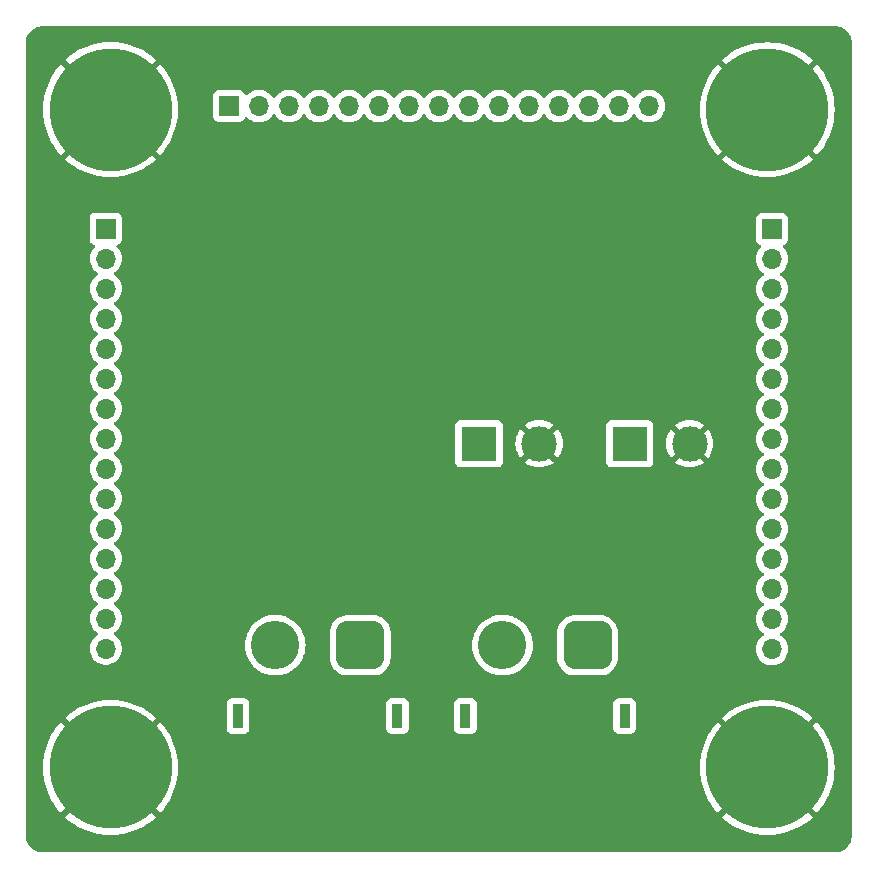
<source format=gbr>
%TF.GenerationSoftware,KiCad,Pcbnew,7.0.7*%
%TF.CreationDate,2024-02-10T01:31:47+05:30*%
%TF.ProjectId,PDB_Board,5044425f-426f-4617-9264-2e6b69636164,rev?*%
%TF.SameCoordinates,Original*%
%TF.FileFunction,Copper,L2,Bot*%
%TF.FilePolarity,Positive*%
%FSLAX46Y46*%
G04 Gerber Fmt 4.6, Leading zero omitted, Abs format (unit mm)*
G04 Created by KiCad (PCBNEW 7.0.7) date 2024-02-10 01:31:47*
%MOMM*%
%LPD*%
G01*
G04 APERTURE LIST*
G04 Aperture macros list*
%AMRoundRect*
0 Rectangle with rounded corners*
0 $1 Rounding radius*
0 $2 $3 $4 $5 $6 $7 $8 $9 X,Y pos of 4 corners*
0 Add a 4 corners polygon primitive as box body*
4,1,4,$2,$3,$4,$5,$6,$7,$8,$9,$2,$3,0*
0 Add four circle primitives for the rounded corners*
1,1,$1+$1,$2,$3*
1,1,$1+$1,$4,$5*
1,1,$1+$1,$6,$7*
1,1,$1+$1,$8,$9*
0 Add four rect primitives between the rounded corners*
20,1,$1+$1,$2,$3,$4,$5,0*
20,1,$1+$1,$4,$5,$6,$7,0*
20,1,$1+$1,$6,$7,$8,$9,0*
20,1,$1+$1,$8,$9,$2,$3,0*%
G04 Aperture macros list end*
%TA.AperFunction,ComponentPad*%
%ADD10R,1.700000X1.700000*%
%TD*%
%TA.AperFunction,ComponentPad*%
%ADD11O,1.700000X1.700000*%
%TD*%
%TA.AperFunction,ComponentPad*%
%ADD12C,10.400000*%
%TD*%
%TA.AperFunction,ComponentPad*%
%ADD13R,3.000000X3.000000*%
%TD*%
%TA.AperFunction,ComponentPad*%
%ADD14C,3.000000*%
%TD*%
%TA.AperFunction,ComponentPad*%
%ADD15R,0.900000X2.000000*%
%TD*%
%TA.AperFunction,ComponentPad*%
%ADD16RoundRect,1.025000X-1.025000X-1.025000X1.025000X-1.025000X1.025000X1.025000X-1.025000X1.025000X0*%
%TD*%
%TA.AperFunction,ComponentPad*%
%ADD17C,4.100000*%
%TD*%
%TA.AperFunction,ViaPad*%
%ADD18C,0.800000*%
%TD*%
G04 APERTURE END LIST*
D10*
%TO.P,U1,1*%
%TO.N,unconnected-(U1-Pad1)*%
X156165200Y-82087800D03*
D11*
%TO.P,U1,2*%
%TO.N,unconnected-(U1-Pad2)*%
X156165200Y-84627800D03*
%TO.P,U1,3*%
%TO.N,unconnected-(U1-Pad3)*%
X156165200Y-87167800D03*
%TO.P,U1,4*%
%TO.N,unconnected-(U1-Pad4)*%
X156165200Y-89707800D03*
%TO.P,U1,5*%
%TO.N,unconnected-(U1-Pad5)*%
X156165200Y-92247800D03*
%TO.P,U1,6*%
%TO.N,unconnected-(U1-Pad6)*%
X156165200Y-94787800D03*
%TO.P,U1,7*%
%TO.N,unconnected-(U1-Pad7)*%
X156165200Y-97327800D03*
%TO.P,U1,8*%
%TO.N,unconnected-(U1-Pad8)*%
X156165200Y-99867800D03*
%TO.P,U1,9*%
%TO.N,unconnected-(U1-Pad9)*%
X156165200Y-102407800D03*
%TO.P,U1,10*%
%TO.N,unconnected-(U1-Pad10)*%
X156165200Y-104947800D03*
%TO.P,U1,11*%
%TO.N,unconnected-(U1-Pad11)*%
X156165200Y-107487800D03*
%TO.P,U1,12*%
%TO.N,unconnected-(U1-Pad12)*%
X156165200Y-110027800D03*
%TO.P,U1,13*%
%TO.N,unconnected-(U1-Pad13)*%
X156165200Y-112567800D03*
%TO.P,U1,14*%
%TO.N,unconnected-(U1-Pad14)*%
X156165200Y-115107800D03*
%TO.P,U1,15*%
%TO.N,unconnected-(U1-Pad15)*%
X156165200Y-117647800D03*
%TO.P,U1,16*%
%TO.N,unconnected-(U1-Pad16)*%
X99765200Y-117617800D03*
%TO.P,U1,17*%
%TO.N,unconnected-(U1-Pad17)*%
X99765200Y-115077800D03*
%TO.P,U1,18*%
%TO.N,unconnected-(U1-Pad18)*%
X99765200Y-112537800D03*
%TO.P,U1,19*%
%TO.N,unconnected-(U1-Pad19)*%
X99765200Y-109997800D03*
%TO.P,U1,20*%
%TO.N,unconnected-(U1-Pad20)*%
X99765200Y-107457800D03*
%TO.P,U1,21*%
%TO.N,unconnected-(U1-Pad21)*%
X99765200Y-104917800D03*
%TO.P,U1,22*%
%TO.N,unconnected-(U1-Pad22)*%
X99765200Y-102377800D03*
%TO.P,U1,23*%
%TO.N,unconnected-(U1-Pad23)*%
X99765200Y-99837800D03*
%TO.P,U1,24*%
%TO.N,unconnected-(U1-Pad24)*%
X99765200Y-97297800D03*
%TO.P,U1,25*%
%TO.N,unconnected-(U1-Pad25)*%
X99765200Y-94757800D03*
%TO.P,U1,26*%
%TO.N,unconnected-(U1-Pad26)*%
X99765200Y-92217800D03*
%TO.P,U1,27*%
%TO.N,unconnected-(U1-Pad27)*%
X99765200Y-89677800D03*
%TO.P,U1,28*%
%TO.N,unconnected-(U1-Pad28)*%
X99765200Y-87137800D03*
%TO.P,U1,29*%
%TO.N,unconnected-(U1-Pad29)*%
X99765200Y-84597800D03*
D10*
%TO.P,U1,30*%
%TO.N,unconnected-(U1-Pad30)*%
X99765200Y-82057800D03*
%TO.P,U1,31*%
%TO.N,5V*%
X110190200Y-71672800D03*
D11*
%TO.P,U1,32*%
X112730200Y-71672800D03*
%TO.P,U1,33*%
%TO.N,unconnected-(U1-Pad33)*%
X115270200Y-71672800D03*
%TO.P,U1,34*%
%TO.N,unconnected-(U1-Pad34)*%
X117810200Y-71672800D03*
%TO.P,U1,35*%
%TO.N,unconnected-(U1-Pad35)*%
X120350200Y-71672800D03*
%TO.P,U1,36*%
%TO.N,unconnected-(U1-Pad36)*%
X122890200Y-71672800D03*
%TO.P,U1,37*%
%TO.N,3.3V*%
X125430200Y-71672800D03*
%TO.P,U1,38*%
%TO.N,unconnected-(U1-Pad38)*%
X127970200Y-71672800D03*
%TO.P,U1,39*%
%TO.N,3.3V*%
X130510200Y-71672800D03*
%TO.P,U1,40*%
X133050200Y-71672800D03*
%TO.P,U1,41*%
%TO.N,unconnected-(U1-Pad41)*%
X135590200Y-71672800D03*
%TO.P,U1,42*%
%TO.N,unconnected-(U1-Pad42)*%
X138130200Y-71672800D03*
%TO.P,U1,43*%
%TO.N,unconnected-(U1-Pad43)*%
X140670200Y-71672800D03*
%TO.P,U1,44*%
%TO.N,unconnected-(U1-Pad44)*%
X143210200Y-71672800D03*
%TO.P,U1,45*%
%TO.N,5V*%
X145750200Y-71672800D03*
D12*
%TO.P,U1,49,1*%
%TO.N,GND*%
X155765200Y-127672800D03*
%TO.P,U1,50,1*%
X100165200Y-127672800D03*
%TO.P,U1,51,1*%
X100165200Y-71972800D03*
%TO.P,U1,52,1*%
X155765200Y-71987800D03*
%TD*%
D13*
%TO.P,PRIMARY SWITCH,1,Pin_1*%
%TO.N,7.4V1_SWITCH*%
X144119600Y-100253800D03*
D14*
%TO.P,PRIMARY SWITCH,2,Pin_2*%
%TO.N,GND*%
X149199600Y-100253800D03*
%TD*%
D13*
%TO.P,CAM+TELEM SWITCH,1,Pin_1*%
%TO.N,7.4V2_SWITCH*%
X131368800Y-100253800D03*
D14*
%TO.P,CAM+TELEM SWITCH,2,Pin_2*%
%TO.N,GND*%
X136448800Y-100253800D03*
%TD*%
D15*
%TO.P,CAM+TELEM,*%
%TO.N,*%
X110960000Y-123317000D03*
X124460000Y-123317000D03*
D16*
%TO.P,CAM+TELEM,1,Pin_1*%
%TO.N,7.4V2_SWITCH*%
X121310000Y-117317000D03*
D17*
%TO.P,CAM+TELEM,2,Pin_2*%
%TO.N,7.4V2*%
X114110000Y-117317000D03*
%TD*%
D15*
%TO.P,PRIMARY,*%
%TO.N,*%
X130200400Y-123317000D03*
X143700400Y-123317000D03*
D16*
%TO.P,PRIMARY,1,Pin_1*%
%TO.N,7.4V1*%
X140550400Y-117317000D03*
D17*
%TO.P,PRIMARY,2,Pin_2*%
%TO.N,7.4V1_SWITCH*%
X133350400Y-117317000D03*
%TD*%
D18*
%TO.N,GND*%
X116052600Y-110972600D03*
X110838800Y-86003400D03*
X124351600Y-86765400D03*
X128669600Y-81939400D03*
X120599200Y-111048800D03*
X134491100Y-93037500D03*
X127965200Y-128066800D03*
X111016600Y-83082400D03*
X140563600Y-111074200D03*
X114217000Y-86003400D03*
X128644200Y-86892400D03*
X114420200Y-83057000D03*
X124351600Y-81888600D03*
X146043200Y-88213200D03*
%TD*%
%TA.AperFunction,Conductor*%
%TO.N,GND*%
G36*
X161467408Y-64883457D02*
G01*
X161668338Y-64897828D01*
X161685839Y-64900345D01*
X161876179Y-64941750D01*
X161893138Y-64946729D01*
X162075661Y-65014807D01*
X162091741Y-65022151D01*
X162131168Y-65043680D01*
X162262701Y-65115503D01*
X162277584Y-65125068D01*
X162433515Y-65241796D01*
X162446886Y-65253382D01*
X162584617Y-65391113D01*
X162596203Y-65404484D01*
X162712931Y-65560415D01*
X162722496Y-65575298D01*
X162815845Y-65746252D01*
X162823195Y-65762345D01*
X162891267Y-65944853D01*
X162896251Y-65961829D01*
X162937653Y-66152154D01*
X162940171Y-66169666D01*
X162954542Y-66370588D01*
X162954700Y-66375012D01*
X162954700Y-133370586D01*
X162954542Y-133375008D01*
X162953199Y-133393777D01*
X162940171Y-133575933D01*
X162937653Y-133593445D01*
X162896251Y-133783770D01*
X162891267Y-133800746D01*
X162823195Y-133983254D01*
X162815845Y-133999347D01*
X162722496Y-134170301D01*
X162712931Y-134185184D01*
X162596203Y-134341115D01*
X162584617Y-134354486D01*
X162446886Y-134492217D01*
X162433515Y-134503803D01*
X162277584Y-134620531D01*
X162262701Y-134630096D01*
X162091747Y-134723445D01*
X162075654Y-134730795D01*
X161893146Y-134798867D01*
X161876170Y-134803851D01*
X161685845Y-134845253D01*
X161668333Y-134847771D01*
X161486177Y-134860799D01*
X161467408Y-134862142D01*
X161462986Y-134862300D01*
X94467414Y-134862300D01*
X94462991Y-134862142D01*
X94441982Y-134860639D01*
X94262066Y-134847771D01*
X94244554Y-134845253D01*
X94054229Y-134803851D01*
X94037253Y-134798867D01*
X93854745Y-134730795D01*
X93838652Y-134723445D01*
X93667698Y-134630096D01*
X93652815Y-134620531D01*
X93496884Y-134503803D01*
X93483513Y-134492217D01*
X93345782Y-134354486D01*
X93334196Y-134341115D01*
X93217468Y-134185184D01*
X93207903Y-134170301D01*
X93114551Y-133999341D01*
X93107207Y-133983261D01*
X93039129Y-133800738D01*
X93034150Y-133783779D01*
X92992745Y-133593439D01*
X92990228Y-133575933D01*
X92983426Y-133480833D01*
X92975857Y-133375008D01*
X92975700Y-133370586D01*
X92975700Y-127672800D01*
X94460327Y-127672800D01*
X94479812Y-128143909D01*
X94538133Y-128611789D01*
X94538134Y-128611789D01*
X94634894Y-129073259D01*
X94769432Y-129525165D01*
X94940826Y-129964415D01*
X94940826Y-129964416D01*
X95147914Y-130388020D01*
X95147915Y-130388021D01*
X95389269Y-130793066D01*
X95389268Y-130793065D01*
X95663250Y-131176801D01*
X95958749Y-131525695D01*
X96931582Y-130552862D01*
X96992905Y-130519377D01*
X97062596Y-130524361D01*
X97111141Y-130557270D01*
X97191769Y-130646230D01*
X97280728Y-130726857D01*
X97317182Y-130786463D01*
X97315623Y-130856315D01*
X97285136Y-130906416D01*
X96312302Y-131879249D01*
X96312303Y-131879250D01*
X96661199Y-132174750D01*
X97044935Y-132448732D01*
X97044934Y-132448731D01*
X97449979Y-132690085D01*
X97449980Y-132690086D01*
X97873584Y-132897174D01*
X97873585Y-132897174D01*
X98312835Y-133068568D01*
X98764741Y-133203106D01*
X99226211Y-133299866D01*
X99226211Y-133299867D01*
X99694091Y-133358188D01*
X100165200Y-133377673D01*
X100636309Y-133358188D01*
X101104189Y-133299867D01*
X101104189Y-133299866D01*
X101565659Y-133203106D01*
X102017565Y-133068568D01*
X102456815Y-132897174D01*
X102456816Y-132897174D01*
X102880420Y-132690086D01*
X102880421Y-132690085D01*
X103285466Y-132448731D01*
X103285465Y-132448732D01*
X103669201Y-132174750D01*
X104018095Y-131879250D01*
X104018095Y-131879249D01*
X103045262Y-130906416D01*
X103011777Y-130845093D01*
X103016761Y-130775401D01*
X103049668Y-130726860D01*
X103138630Y-130646230D01*
X103219259Y-130557268D01*
X103278862Y-130520817D01*
X103348714Y-130522374D01*
X103398816Y-130552862D01*
X104371649Y-131525695D01*
X104371650Y-131525695D01*
X104667150Y-131176801D01*
X104941132Y-130793065D01*
X104941131Y-130793066D01*
X105182485Y-130388021D01*
X105182486Y-130388020D01*
X105389574Y-129964416D01*
X105389574Y-129964415D01*
X105560968Y-129525165D01*
X105695506Y-129073259D01*
X105792266Y-128611789D01*
X105792267Y-128611789D01*
X105850588Y-128143909D01*
X105870073Y-127672800D01*
X150060327Y-127672800D01*
X150079812Y-128143909D01*
X150138133Y-128611789D01*
X150138134Y-128611789D01*
X150234894Y-129073259D01*
X150369432Y-129525165D01*
X150540826Y-129964415D01*
X150540826Y-129964416D01*
X150747914Y-130388020D01*
X150747915Y-130388021D01*
X150989269Y-130793066D01*
X150989268Y-130793065D01*
X151263250Y-131176801D01*
X151558749Y-131525695D01*
X152531582Y-130552862D01*
X152592905Y-130519377D01*
X152662596Y-130524361D01*
X152711141Y-130557270D01*
X152791769Y-130646230D01*
X152880728Y-130726857D01*
X152917182Y-130786463D01*
X152915623Y-130856315D01*
X152885136Y-130906416D01*
X151912303Y-131879248D01*
X151912303Y-131879250D01*
X152261199Y-132174750D01*
X152644935Y-132448732D01*
X152644934Y-132448731D01*
X153049979Y-132690085D01*
X153049980Y-132690086D01*
X153473584Y-132897174D01*
X153473585Y-132897174D01*
X153912835Y-133068568D01*
X154364741Y-133203106D01*
X154826211Y-133299866D01*
X154826211Y-133299867D01*
X155294091Y-133358188D01*
X155765200Y-133377673D01*
X156236309Y-133358188D01*
X156704189Y-133299867D01*
X156704189Y-133299866D01*
X157165659Y-133203106D01*
X157617565Y-133068568D01*
X158056815Y-132897174D01*
X158056816Y-132897174D01*
X158480420Y-132690086D01*
X158480421Y-132690085D01*
X158885466Y-132448731D01*
X158885465Y-132448732D01*
X159269201Y-132174750D01*
X159618095Y-131879250D01*
X159618095Y-131879249D01*
X158645262Y-130906416D01*
X158611777Y-130845093D01*
X158616761Y-130775401D01*
X158649668Y-130726860D01*
X158738630Y-130646230D01*
X158819259Y-130557268D01*
X158878862Y-130520817D01*
X158948714Y-130522374D01*
X158998816Y-130552862D01*
X159971649Y-131525695D01*
X159971650Y-131525695D01*
X160267150Y-131176801D01*
X160541132Y-130793065D01*
X160541131Y-130793066D01*
X160782485Y-130388021D01*
X160782486Y-130388020D01*
X160989574Y-129964416D01*
X160989574Y-129964415D01*
X161160968Y-129525165D01*
X161295506Y-129073259D01*
X161392266Y-128611789D01*
X161392267Y-128611789D01*
X161450588Y-128143909D01*
X161470073Y-127672800D01*
X161450588Y-127201691D01*
X161392267Y-126733811D01*
X161392266Y-126733811D01*
X161295506Y-126272341D01*
X161160968Y-125820435D01*
X160989574Y-125381185D01*
X160989574Y-125381184D01*
X160782486Y-124957580D01*
X160782485Y-124957579D01*
X160541131Y-124552534D01*
X160541132Y-124552535D01*
X160267150Y-124168799D01*
X159971650Y-123819903D01*
X159971648Y-123819903D01*
X158998816Y-124792736D01*
X158937493Y-124826221D01*
X158867801Y-124821237D01*
X158819257Y-124788328D01*
X158738630Y-124699369D01*
X158649670Y-124618741D01*
X158613216Y-124559135D01*
X158614775Y-124489283D01*
X158645262Y-124439182D01*
X159618095Y-123466349D01*
X159269201Y-123170850D01*
X158885465Y-122896868D01*
X158885466Y-122896869D01*
X158480421Y-122655515D01*
X158480420Y-122655514D01*
X158056816Y-122448426D01*
X158056815Y-122448426D01*
X157617565Y-122277032D01*
X157165659Y-122142494D01*
X156704189Y-122045734D01*
X156704189Y-122045733D01*
X156236309Y-121987412D01*
X155765200Y-121967927D01*
X155294091Y-121987412D01*
X154826211Y-122045733D01*
X154826211Y-122045734D01*
X154364741Y-122142494D01*
X153912835Y-122277032D01*
X153473585Y-122448426D01*
X153473584Y-122448426D01*
X153049980Y-122655514D01*
X153049979Y-122655515D01*
X152644934Y-122896869D01*
X152644935Y-122896868D01*
X152261199Y-123170850D01*
X151912303Y-123466349D01*
X152885136Y-124439182D01*
X152918621Y-124500505D01*
X152913637Y-124570197D01*
X152880729Y-124618740D01*
X152791769Y-124699369D01*
X152711140Y-124788329D01*
X152651534Y-124824782D01*
X152581681Y-124823223D01*
X152531582Y-124792736D01*
X151558749Y-123819903D01*
X151263250Y-124168799D01*
X150989268Y-124552535D01*
X150989269Y-124552534D01*
X150747915Y-124957579D01*
X150747914Y-124957580D01*
X150540826Y-125381184D01*
X150540826Y-125381185D01*
X150369432Y-125820435D01*
X150234894Y-126272341D01*
X150138134Y-126733811D01*
X150138133Y-126733811D01*
X150079812Y-127201691D01*
X150060327Y-127672800D01*
X105870073Y-127672800D01*
X105850588Y-127201691D01*
X105792267Y-126733811D01*
X105792266Y-126733811D01*
X105695506Y-126272341D01*
X105560968Y-125820435D01*
X105389574Y-125381185D01*
X105389574Y-125381184D01*
X105182486Y-124957580D01*
X105182485Y-124957579D01*
X104941131Y-124552534D01*
X104941132Y-124552535D01*
X104807702Y-124365654D01*
X110001500Y-124365654D01*
X110008011Y-124426202D01*
X110008011Y-124426204D01*
X110035725Y-124500505D01*
X110059111Y-124563204D01*
X110146739Y-124680261D01*
X110263796Y-124767889D01*
X110400799Y-124818989D01*
X110428050Y-124821918D01*
X110461345Y-124825499D01*
X110461362Y-124825500D01*
X111458638Y-124825500D01*
X111458654Y-124825499D01*
X111485692Y-124822591D01*
X111519201Y-124818989D01*
X111656204Y-124767889D01*
X111773261Y-124680261D01*
X111860889Y-124563204D01*
X111911989Y-124426201D01*
X111915591Y-124392692D01*
X111918499Y-124365654D01*
X123501500Y-124365654D01*
X123508011Y-124426202D01*
X123508011Y-124426204D01*
X123535725Y-124500505D01*
X123559111Y-124563204D01*
X123646739Y-124680261D01*
X123763796Y-124767889D01*
X123900799Y-124818989D01*
X123928050Y-124821918D01*
X123961345Y-124825499D01*
X123961362Y-124825500D01*
X124958638Y-124825500D01*
X124958654Y-124825499D01*
X124985692Y-124822591D01*
X125019201Y-124818989D01*
X125156204Y-124767889D01*
X125273261Y-124680261D01*
X125360889Y-124563204D01*
X125411989Y-124426201D01*
X125415591Y-124392692D01*
X125418499Y-124365654D01*
X129241900Y-124365654D01*
X129248411Y-124426202D01*
X129248411Y-124426204D01*
X129276125Y-124500505D01*
X129299511Y-124563204D01*
X129387139Y-124680261D01*
X129504196Y-124767889D01*
X129641199Y-124818989D01*
X129668450Y-124821918D01*
X129701745Y-124825499D01*
X129701762Y-124825500D01*
X130699038Y-124825500D01*
X130699054Y-124825499D01*
X130726092Y-124822591D01*
X130759601Y-124818989D01*
X130896604Y-124767889D01*
X131013661Y-124680261D01*
X131101289Y-124563204D01*
X131152389Y-124426201D01*
X131155991Y-124392692D01*
X131158899Y-124365654D01*
X142741900Y-124365654D01*
X142748411Y-124426202D01*
X142748411Y-124426204D01*
X142776125Y-124500505D01*
X142799511Y-124563204D01*
X142887139Y-124680261D01*
X143004196Y-124767889D01*
X143141199Y-124818989D01*
X143168450Y-124821918D01*
X143201745Y-124825499D01*
X143201762Y-124825500D01*
X144199038Y-124825500D01*
X144199054Y-124825499D01*
X144226092Y-124822591D01*
X144259601Y-124818989D01*
X144396604Y-124767889D01*
X144513661Y-124680261D01*
X144601289Y-124563204D01*
X144652389Y-124426201D01*
X144655991Y-124392692D01*
X144658899Y-124365654D01*
X144658900Y-124365637D01*
X144658900Y-122268362D01*
X144658899Y-122268345D01*
X144655557Y-122237270D01*
X144652389Y-122207799D01*
X144601289Y-122070796D01*
X144513661Y-121953739D01*
X144396604Y-121866111D01*
X144396604Y-121866110D01*
X144259603Y-121815011D01*
X144199054Y-121808500D01*
X144199038Y-121808500D01*
X143201762Y-121808500D01*
X143201745Y-121808500D01*
X143141197Y-121815011D01*
X143141195Y-121815011D01*
X143004195Y-121866111D01*
X142887139Y-121953739D01*
X142799511Y-122070795D01*
X142748411Y-122207795D01*
X142748411Y-122207797D01*
X142741900Y-122268345D01*
X142741900Y-124365654D01*
X131158899Y-124365654D01*
X131158899Y-124365647D01*
X131158900Y-124365638D01*
X131158900Y-122268362D01*
X131158899Y-122268352D01*
X131158899Y-122268345D01*
X131155557Y-122237270D01*
X131152389Y-122207799D01*
X131101289Y-122070796D01*
X131013661Y-121953739D01*
X130896604Y-121866111D01*
X130896603Y-121866110D01*
X130759603Y-121815011D01*
X130699054Y-121808500D01*
X130699038Y-121808500D01*
X129701762Y-121808500D01*
X129701745Y-121808500D01*
X129641197Y-121815011D01*
X129641195Y-121815011D01*
X129504195Y-121866111D01*
X129387139Y-121953739D01*
X129299511Y-122070795D01*
X129248411Y-122207795D01*
X129248411Y-122207797D01*
X129241900Y-122268345D01*
X129241900Y-124365654D01*
X125418499Y-124365654D01*
X125418499Y-124365647D01*
X125418500Y-124365638D01*
X125418500Y-122268362D01*
X125418499Y-122268352D01*
X125418499Y-122268345D01*
X125415157Y-122237270D01*
X125411989Y-122207799D01*
X125360889Y-122070796D01*
X125273261Y-121953739D01*
X125156204Y-121866111D01*
X125156203Y-121866110D01*
X125019203Y-121815011D01*
X124958654Y-121808500D01*
X124958638Y-121808500D01*
X123961362Y-121808500D01*
X123961345Y-121808500D01*
X123900797Y-121815011D01*
X123900795Y-121815011D01*
X123763795Y-121866111D01*
X123646739Y-121953739D01*
X123559111Y-122070795D01*
X123508011Y-122207795D01*
X123508011Y-122207797D01*
X123501500Y-122268345D01*
X123501500Y-124365654D01*
X111918499Y-124365654D01*
X111918499Y-124365647D01*
X111918500Y-124365638D01*
X111918500Y-122268362D01*
X111918499Y-122268352D01*
X111918499Y-122268345D01*
X111915157Y-122237270D01*
X111911989Y-122207799D01*
X111860889Y-122070796D01*
X111773261Y-121953739D01*
X111656204Y-121866111D01*
X111656204Y-121866110D01*
X111519203Y-121815011D01*
X111458654Y-121808500D01*
X111458638Y-121808500D01*
X110461362Y-121808500D01*
X110461345Y-121808500D01*
X110400797Y-121815011D01*
X110400795Y-121815011D01*
X110263795Y-121866111D01*
X110146739Y-121953739D01*
X110059111Y-122070795D01*
X110008011Y-122207795D01*
X110008011Y-122207797D01*
X110001500Y-122268345D01*
X110001500Y-124365654D01*
X104807702Y-124365654D01*
X104667150Y-124168799D01*
X104371650Y-123819903D01*
X104371648Y-123819903D01*
X103398816Y-124792736D01*
X103337493Y-124826221D01*
X103267801Y-124821237D01*
X103219257Y-124788328D01*
X103138630Y-124699369D01*
X103049670Y-124618741D01*
X103013216Y-124559135D01*
X103014775Y-124489283D01*
X103045262Y-124439182D01*
X104018095Y-123466349D01*
X103669201Y-123170850D01*
X103285465Y-122896868D01*
X103285466Y-122896869D01*
X102880421Y-122655515D01*
X102880420Y-122655514D01*
X102456816Y-122448426D01*
X102456815Y-122448426D01*
X102017565Y-122277032D01*
X101565659Y-122142494D01*
X101104189Y-122045734D01*
X101104189Y-122045733D01*
X100636309Y-121987412D01*
X100165200Y-121967927D01*
X99694091Y-121987412D01*
X99226211Y-122045733D01*
X99226211Y-122045734D01*
X98764741Y-122142494D01*
X98312835Y-122277032D01*
X97873585Y-122448426D01*
X97873584Y-122448426D01*
X97449980Y-122655514D01*
X97449979Y-122655515D01*
X97044934Y-122896869D01*
X97044935Y-122896868D01*
X96661199Y-123170850D01*
X96312303Y-123466349D01*
X97285136Y-124439182D01*
X97318621Y-124500505D01*
X97313637Y-124570197D01*
X97280729Y-124618740D01*
X97191769Y-124699369D01*
X97111140Y-124788329D01*
X97051534Y-124824782D01*
X96981681Y-124823223D01*
X96931582Y-124792736D01*
X95958749Y-123819903D01*
X95663250Y-124168799D01*
X95389268Y-124552535D01*
X95389269Y-124552534D01*
X95147915Y-124957579D01*
X95147914Y-124957580D01*
X94940826Y-125381184D01*
X94940826Y-125381185D01*
X94769432Y-125820435D01*
X94634894Y-126272341D01*
X94538134Y-126733811D01*
X94538133Y-126733811D01*
X94479812Y-127201691D01*
X94460327Y-127672800D01*
X92975700Y-127672800D01*
X92975700Y-117617805D01*
X98402044Y-117617805D01*
X98420634Y-117842159D01*
X98420636Y-117842171D01*
X98475903Y-118060414D01*
X98566340Y-118266592D01*
X98689476Y-118455065D01*
X98689484Y-118455076D01*
X98841956Y-118620702D01*
X98841961Y-118620707D01*
X98880505Y-118650707D01*
X99019624Y-118758989D01*
X99019625Y-118758989D01*
X99019627Y-118758991D01*
X99139416Y-118823817D01*
X99217626Y-118866142D01*
X99430565Y-118939244D01*
X99652631Y-118976300D01*
X99877769Y-118976300D01*
X100099835Y-118939244D01*
X100312774Y-118866142D01*
X100510776Y-118758989D01*
X100688440Y-118620706D01*
X100787814Y-118512757D01*
X100840915Y-118455076D01*
X100840916Y-118455074D01*
X100840922Y-118455068D01*
X100964060Y-118266591D01*
X101054496Y-118060416D01*
X101109764Y-117842168D01*
X101125871Y-117647794D01*
X101128356Y-117617805D01*
X101128356Y-117617794D01*
X101109765Y-117393440D01*
X101109763Y-117393428D01*
X101090410Y-117317005D01*
X111546441Y-117317005D01*
X111566653Y-117638291D01*
X111566655Y-117638299D01*
X111626980Y-117954531D01*
X111661384Y-118060416D01*
X111726463Y-118260710D01*
X111726465Y-118260715D01*
X111863534Y-118552000D01*
X111863537Y-118552006D01*
X112036033Y-118823817D01*
X112036036Y-118823821D01*
X112036037Y-118823822D01*
X112241246Y-119071877D01*
X112421636Y-119241274D01*
X112475924Y-119292254D01*
X112475934Y-119292262D01*
X112736364Y-119481476D01*
X112736369Y-119481478D01*
X112736376Y-119481484D01*
X113018490Y-119636578D01*
X113018492Y-119636579D01*
X113018495Y-119636580D01*
X113317817Y-119755089D01*
X113629637Y-119835151D01*
X113696641Y-119843615D01*
X113949021Y-119875499D01*
X113949030Y-119875499D01*
X113949033Y-119875500D01*
X113949035Y-119875500D01*
X114270965Y-119875500D01*
X114270967Y-119875500D01*
X114270970Y-119875499D01*
X114270978Y-119875499D01*
X114461562Y-119851422D01*
X114590363Y-119835151D01*
X114902183Y-119755089D01*
X115201510Y-119636578D01*
X115483624Y-119481484D01*
X115744074Y-119292256D01*
X115978754Y-119071877D01*
X116183963Y-118823822D01*
X116356464Y-118552004D01*
X116422031Y-118412666D01*
X118751500Y-118412666D01*
X118761772Y-118558161D01*
X118816172Y-118799705D01*
X118816172Y-118799707D01*
X118872331Y-118939243D01*
X118908614Y-119029395D01*
X119036704Y-119241281D01*
X119036709Y-119241287D01*
X119036712Y-119241291D01*
X119197121Y-119429874D01*
X119197125Y-119429878D01*
X119385708Y-119590287D01*
X119385719Y-119590296D01*
X119597605Y-119718386D01*
X119827295Y-119810828D01*
X120068838Y-119865228D01*
X120214334Y-119875500D01*
X122405666Y-119875500D01*
X122551162Y-119865228D01*
X122792705Y-119810828D01*
X123022395Y-119718386D01*
X123234281Y-119590296D01*
X123422876Y-119429876D01*
X123583296Y-119241281D01*
X123711386Y-119029395D01*
X123803828Y-118799705D01*
X123858228Y-118558162D01*
X123868500Y-118412666D01*
X123868500Y-117317005D01*
X130786841Y-117317005D01*
X130807053Y-117638291D01*
X130807055Y-117638299D01*
X130867380Y-117954531D01*
X130901784Y-118060416D01*
X130966863Y-118260710D01*
X130966865Y-118260715D01*
X131103934Y-118552000D01*
X131103937Y-118552006D01*
X131276433Y-118823817D01*
X131276436Y-118823821D01*
X131276437Y-118823822D01*
X131481646Y-119071877D01*
X131662036Y-119241274D01*
X131716324Y-119292254D01*
X131716334Y-119292262D01*
X131976764Y-119481476D01*
X131976769Y-119481478D01*
X131976776Y-119481484D01*
X132258890Y-119636578D01*
X132258892Y-119636579D01*
X132258895Y-119636580D01*
X132558217Y-119755089D01*
X132870037Y-119835151D01*
X132937041Y-119843615D01*
X133189421Y-119875499D01*
X133189430Y-119875499D01*
X133189433Y-119875500D01*
X133189435Y-119875500D01*
X133511365Y-119875500D01*
X133511367Y-119875500D01*
X133511370Y-119875499D01*
X133511378Y-119875499D01*
X133701962Y-119851422D01*
X133830763Y-119835151D01*
X134142583Y-119755089D01*
X134441910Y-119636578D01*
X134724024Y-119481484D01*
X134984474Y-119292256D01*
X135219154Y-119071877D01*
X135424363Y-118823822D01*
X135596864Y-118552004D01*
X135662431Y-118412666D01*
X137991900Y-118412666D01*
X138002172Y-118558161D01*
X138056572Y-118799705D01*
X138056572Y-118799707D01*
X138112731Y-118939243D01*
X138149014Y-119029395D01*
X138277104Y-119241281D01*
X138277109Y-119241287D01*
X138277112Y-119241291D01*
X138437521Y-119429874D01*
X138437525Y-119429878D01*
X138626108Y-119590287D01*
X138626119Y-119590296D01*
X138838005Y-119718386D01*
X139067695Y-119810828D01*
X139309238Y-119865228D01*
X139454734Y-119875500D01*
X141646066Y-119875500D01*
X141791562Y-119865228D01*
X142033105Y-119810828D01*
X142262795Y-119718386D01*
X142474681Y-119590296D01*
X142663276Y-119429876D01*
X142823696Y-119241281D01*
X142951786Y-119029395D01*
X143044228Y-118799705D01*
X143098628Y-118558162D01*
X143108900Y-118412666D01*
X143108900Y-117647805D01*
X154802044Y-117647805D01*
X154820634Y-117872159D01*
X154820636Y-117872171D01*
X154875903Y-118090414D01*
X154966340Y-118296592D01*
X155089476Y-118485065D01*
X155089484Y-118485076D01*
X155241956Y-118650702D01*
X155241960Y-118650706D01*
X155419624Y-118788989D01*
X155419625Y-118788989D01*
X155419627Y-118788991D01*
X155483990Y-118823822D01*
X155617626Y-118896142D01*
X155830565Y-118969244D01*
X156052631Y-119006300D01*
X156277769Y-119006300D01*
X156499835Y-118969244D01*
X156712774Y-118896142D01*
X156910776Y-118788989D01*
X157088440Y-118650706D01*
X157240922Y-118485068D01*
X157364060Y-118296591D01*
X157454496Y-118090416D01*
X157509764Y-117872168D01*
X157528356Y-117647800D01*
X157527568Y-117638291D01*
X157509765Y-117423440D01*
X157509763Y-117423428D01*
X157454496Y-117205185D01*
X157441336Y-117175184D01*
X157364060Y-116999009D01*
X157361903Y-116995708D01*
X157240923Y-116810534D01*
X157240915Y-116810523D01*
X157088443Y-116644897D01*
X157088438Y-116644892D01*
X156910777Y-116506612D01*
X156910778Y-116506612D01*
X156910776Y-116506611D01*
X156874270Y-116486855D01*
X156824679Y-116437636D01*
X156809571Y-116369419D01*
X156833741Y-116303864D01*
X156874270Y-116268745D01*
X156874284Y-116268736D01*
X156910776Y-116248989D01*
X157088440Y-116110706D01*
X157240922Y-115945068D01*
X157364060Y-115756591D01*
X157454496Y-115550416D01*
X157509764Y-115332168D01*
X157520374Y-115204125D01*
X157528356Y-115107805D01*
X157528356Y-115107794D01*
X157509765Y-114883440D01*
X157509763Y-114883428D01*
X157454496Y-114665185D01*
X157441336Y-114635184D01*
X157364060Y-114459009D01*
X157240922Y-114270532D01*
X157240919Y-114270529D01*
X157240915Y-114270523D01*
X157088443Y-114104897D01*
X157088438Y-114104892D01*
X156910777Y-113966612D01*
X156910772Y-113966608D01*
X156874268Y-113946853D01*
X156824678Y-113897633D01*
X156809571Y-113829416D01*
X156833742Y-113763861D01*
X156874269Y-113728745D01*
X156910776Y-113708989D01*
X157088440Y-113570706D01*
X157240922Y-113405068D01*
X157364060Y-113216591D01*
X157454496Y-113010416D01*
X157509764Y-112792168D01*
X157528356Y-112567800D01*
X157525870Y-112537805D01*
X157509765Y-112343440D01*
X157509763Y-112343428D01*
X157454496Y-112125185D01*
X157441336Y-112095184D01*
X157364060Y-111919009D01*
X157240922Y-111730532D01*
X157240919Y-111730529D01*
X157240915Y-111730523D01*
X157088443Y-111564897D01*
X157088438Y-111564892D01*
X156910777Y-111426612D01*
X156910778Y-111426612D01*
X156910776Y-111426611D01*
X156874270Y-111406855D01*
X156824679Y-111357636D01*
X156809571Y-111289419D01*
X156833741Y-111223864D01*
X156874270Y-111188745D01*
X156874284Y-111188736D01*
X156910776Y-111168989D01*
X157088440Y-111030706D01*
X157240922Y-110865068D01*
X157364060Y-110676591D01*
X157454496Y-110470416D01*
X157509764Y-110252168D01*
X157528356Y-110027800D01*
X157525870Y-109997805D01*
X157509765Y-109803440D01*
X157509763Y-109803428D01*
X157454496Y-109585185D01*
X157441336Y-109555184D01*
X157364060Y-109379009D01*
X157240922Y-109190532D01*
X157240919Y-109190529D01*
X157240915Y-109190523D01*
X157088443Y-109024897D01*
X157088438Y-109024892D01*
X156910777Y-108886612D01*
X156910778Y-108886612D01*
X156910776Y-108886611D01*
X156874270Y-108866855D01*
X156824679Y-108817636D01*
X156809571Y-108749419D01*
X156833741Y-108683864D01*
X156874270Y-108648745D01*
X156874284Y-108648736D01*
X156910776Y-108628989D01*
X157088440Y-108490706D01*
X157240922Y-108325068D01*
X157364060Y-108136591D01*
X157454496Y-107930416D01*
X157509764Y-107712168D01*
X157528356Y-107487800D01*
X157525870Y-107457805D01*
X157509765Y-107263440D01*
X157509763Y-107263428D01*
X157454496Y-107045185D01*
X157441336Y-107015184D01*
X157364060Y-106839009D01*
X157240922Y-106650532D01*
X157240919Y-106650529D01*
X157240915Y-106650523D01*
X157088443Y-106484897D01*
X157088438Y-106484892D01*
X156910777Y-106346612D01*
X156910778Y-106346612D01*
X156910776Y-106346611D01*
X156874270Y-106326855D01*
X156824679Y-106277636D01*
X156809571Y-106209419D01*
X156833741Y-106143864D01*
X156874270Y-106108745D01*
X156874284Y-106108736D01*
X156910776Y-106088989D01*
X157088440Y-105950706D01*
X157240922Y-105785068D01*
X157364060Y-105596591D01*
X157454496Y-105390416D01*
X157509764Y-105172168D01*
X157528356Y-104947800D01*
X157525870Y-104917805D01*
X157509765Y-104723440D01*
X157509763Y-104723428D01*
X157454496Y-104505185D01*
X157441336Y-104475184D01*
X157364060Y-104299009D01*
X157240922Y-104110532D01*
X157240919Y-104110529D01*
X157240915Y-104110523D01*
X157088443Y-103944897D01*
X157088438Y-103944892D01*
X156910777Y-103806612D01*
X156910778Y-103806612D01*
X156910776Y-103806611D01*
X156874270Y-103786855D01*
X156824679Y-103737636D01*
X156809571Y-103669419D01*
X156833741Y-103603864D01*
X156874270Y-103568745D01*
X156874284Y-103568736D01*
X156910776Y-103548989D01*
X157088440Y-103410706D01*
X157240922Y-103245068D01*
X157364060Y-103056591D01*
X157454496Y-102850416D01*
X157509764Y-102632168D01*
X157528356Y-102407800D01*
X157525870Y-102377805D01*
X157509765Y-102183440D01*
X157509763Y-102183428D01*
X157502166Y-102153428D01*
X157454496Y-101965184D01*
X157364060Y-101759009D01*
X157240922Y-101570532D01*
X157240919Y-101570529D01*
X157240915Y-101570523D01*
X157088443Y-101404897D01*
X157088438Y-101404892D01*
X156910777Y-101266612D01*
X156910778Y-101266612D01*
X156910776Y-101266611D01*
X156874270Y-101246855D01*
X156824679Y-101197636D01*
X156809571Y-101129419D01*
X156833741Y-101063864D01*
X156874270Y-101028745D01*
X156874284Y-101028736D01*
X156910776Y-101008989D01*
X157088440Y-100870706D01*
X157239241Y-100706894D01*
X157240915Y-100705076D01*
X157240916Y-100705074D01*
X157240922Y-100705068D01*
X157364060Y-100516591D01*
X157454496Y-100310416D01*
X157509764Y-100092168D01*
X157512251Y-100062159D01*
X157528356Y-99867805D01*
X157528356Y-99867794D01*
X157509765Y-99643440D01*
X157509763Y-99643428D01*
X157494168Y-99581846D01*
X157454496Y-99425184D01*
X157364060Y-99219009D01*
X157331879Y-99169753D01*
X157240923Y-99030534D01*
X157240915Y-99030523D01*
X157088443Y-98864897D01*
X157088438Y-98864892D01*
X156910777Y-98726612D01*
X156910778Y-98726612D01*
X156910776Y-98726611D01*
X156874270Y-98706855D01*
X156824679Y-98657636D01*
X156809571Y-98589419D01*
X156833741Y-98523864D01*
X156874270Y-98488745D01*
X156874284Y-98488736D01*
X156910776Y-98468989D01*
X157088440Y-98330706D01*
X157240922Y-98165068D01*
X157364060Y-97976591D01*
X157454496Y-97770416D01*
X157509764Y-97552168D01*
X157528356Y-97327800D01*
X157525870Y-97297805D01*
X157509765Y-97103440D01*
X157509763Y-97103428D01*
X157454496Y-96885185D01*
X157441336Y-96855184D01*
X157364060Y-96679009D01*
X157240922Y-96490532D01*
X157240919Y-96490529D01*
X157240915Y-96490523D01*
X157088443Y-96324897D01*
X157088438Y-96324892D01*
X156910777Y-96186612D01*
X156910778Y-96186612D01*
X156910776Y-96186611D01*
X156874270Y-96166855D01*
X156824679Y-96117636D01*
X156809571Y-96049419D01*
X156833741Y-95983864D01*
X156874270Y-95948745D01*
X156874284Y-95948736D01*
X156910776Y-95928989D01*
X157088440Y-95790706D01*
X157240922Y-95625068D01*
X157364060Y-95436591D01*
X157454496Y-95230416D01*
X157509764Y-95012168D01*
X157528356Y-94787800D01*
X157525870Y-94757805D01*
X157509765Y-94563440D01*
X157509763Y-94563428D01*
X157454496Y-94345185D01*
X157441336Y-94315184D01*
X157364060Y-94139009D01*
X157240922Y-93950532D01*
X157240919Y-93950529D01*
X157240915Y-93950523D01*
X157088443Y-93784897D01*
X157088438Y-93784892D01*
X156910777Y-93646612D01*
X156910778Y-93646612D01*
X156910776Y-93646611D01*
X156874270Y-93626855D01*
X156824679Y-93577636D01*
X156809571Y-93509419D01*
X156833741Y-93443864D01*
X156874270Y-93408745D01*
X156874284Y-93408736D01*
X156910776Y-93388989D01*
X157088440Y-93250706D01*
X157240922Y-93085068D01*
X157364060Y-92896591D01*
X157454496Y-92690416D01*
X157509764Y-92472168D01*
X157528356Y-92247800D01*
X157525870Y-92217805D01*
X157509765Y-92023440D01*
X157509763Y-92023428D01*
X157454496Y-91805185D01*
X157441336Y-91775184D01*
X157364060Y-91599009D01*
X157240922Y-91410532D01*
X157240919Y-91410529D01*
X157240915Y-91410523D01*
X157088443Y-91244897D01*
X157088438Y-91244892D01*
X156910777Y-91106612D01*
X156910778Y-91106612D01*
X156910776Y-91106611D01*
X156874270Y-91086855D01*
X156824679Y-91037636D01*
X156809571Y-90969419D01*
X156833741Y-90903864D01*
X156874270Y-90868745D01*
X156874284Y-90868736D01*
X156910776Y-90848989D01*
X157088440Y-90710706D01*
X157240922Y-90545068D01*
X157364060Y-90356591D01*
X157454496Y-90150416D01*
X157509764Y-89932168D01*
X157528356Y-89707800D01*
X157525870Y-89677805D01*
X157509765Y-89483440D01*
X157509763Y-89483428D01*
X157454496Y-89265185D01*
X157441336Y-89235184D01*
X157364060Y-89059009D01*
X157240922Y-88870532D01*
X157240919Y-88870529D01*
X157240915Y-88870523D01*
X157088443Y-88704897D01*
X157088438Y-88704892D01*
X156910777Y-88566612D01*
X156910778Y-88566612D01*
X156910776Y-88566611D01*
X156874270Y-88546855D01*
X156824679Y-88497636D01*
X156809571Y-88429419D01*
X156833741Y-88363864D01*
X156874270Y-88328745D01*
X156874284Y-88328736D01*
X156910776Y-88308989D01*
X157088440Y-88170706D01*
X157240922Y-88005068D01*
X157364060Y-87816591D01*
X157454496Y-87610416D01*
X157509764Y-87392168D01*
X157528356Y-87167800D01*
X157525870Y-87137805D01*
X157509765Y-86943440D01*
X157509763Y-86943428D01*
X157454496Y-86725185D01*
X157441336Y-86695184D01*
X157364060Y-86519009D01*
X157240922Y-86330532D01*
X157240919Y-86330529D01*
X157240915Y-86330523D01*
X157088443Y-86164897D01*
X157088438Y-86164892D01*
X156910777Y-86026612D01*
X156910778Y-86026612D01*
X156910776Y-86026611D01*
X156874270Y-86006855D01*
X156824679Y-85957636D01*
X156809571Y-85889419D01*
X156833741Y-85823864D01*
X156874270Y-85788745D01*
X156874284Y-85788736D01*
X156910776Y-85768989D01*
X157088440Y-85630706D01*
X157240922Y-85465068D01*
X157364060Y-85276591D01*
X157454496Y-85070416D01*
X157509764Y-84852168D01*
X157528356Y-84627800D01*
X157525870Y-84597805D01*
X157509765Y-84403440D01*
X157509763Y-84403428D01*
X157454496Y-84185185D01*
X157441336Y-84155184D01*
X157364060Y-83979009D01*
X157240922Y-83790532D01*
X157240919Y-83790529D01*
X157240915Y-83790523D01*
X157095710Y-83632791D01*
X157064787Y-83570137D01*
X157072647Y-83500711D01*
X157116794Y-83446555D01*
X157143605Y-83432627D01*
X157224035Y-83402627D01*
X157261404Y-83388689D01*
X157378461Y-83301061D01*
X157466089Y-83184004D01*
X157517189Y-83047001D01*
X157520791Y-83013492D01*
X157523699Y-82986454D01*
X157523700Y-82986437D01*
X157523700Y-81189162D01*
X157523699Y-81189145D01*
X157520357Y-81158070D01*
X157517189Y-81128599D01*
X157505999Y-81098599D01*
X157494722Y-81068364D01*
X157466089Y-80991596D01*
X157378461Y-80874539D01*
X157261404Y-80786911D01*
X157261404Y-80786910D01*
X157124403Y-80735811D01*
X157063854Y-80729300D01*
X157063838Y-80729300D01*
X155266562Y-80729300D01*
X155266545Y-80729300D01*
X155205997Y-80735811D01*
X155205995Y-80735811D01*
X155068995Y-80786911D01*
X154951939Y-80874539D01*
X154864311Y-80991595D01*
X154813211Y-81128595D01*
X154813211Y-81128597D01*
X154806700Y-81189145D01*
X154806700Y-82986454D01*
X154813211Y-83047002D01*
X154813211Y-83047004D01*
X154853121Y-83154004D01*
X154864311Y-83184004D01*
X154951939Y-83301061D01*
X155068996Y-83388689D01*
X155106365Y-83402627D01*
X155186795Y-83432627D01*
X155242728Y-83474499D01*
X155267144Y-83539963D01*
X155252292Y-83608236D01*
X155234690Y-83632791D01*
X155089479Y-83790530D01*
X155089476Y-83790534D01*
X154966340Y-83979007D01*
X154875903Y-84185185D01*
X154820636Y-84403428D01*
X154820634Y-84403440D01*
X154802044Y-84627794D01*
X154802044Y-84627805D01*
X154820634Y-84852159D01*
X154820636Y-84852171D01*
X154875903Y-85070414D01*
X154966340Y-85276592D01*
X155089476Y-85465065D01*
X155089484Y-85465076D01*
X155241956Y-85630702D01*
X155241960Y-85630706D01*
X155419624Y-85768989D01*
X155419629Y-85768991D01*
X155419631Y-85768993D01*
X155456130Y-85788746D01*
X155505720Y-85837965D01*
X155520828Y-85906182D01*
X155496657Y-85971737D01*
X155456130Y-86006854D01*
X155419631Y-86026606D01*
X155419622Y-86026612D01*
X155241961Y-86164892D01*
X155241956Y-86164897D01*
X155089484Y-86330523D01*
X155089476Y-86330534D01*
X154966340Y-86519007D01*
X154875903Y-86725185D01*
X154820636Y-86943428D01*
X154820634Y-86943440D01*
X154802044Y-87167794D01*
X154802044Y-87167805D01*
X154820634Y-87392159D01*
X154820636Y-87392171D01*
X154875903Y-87610414D01*
X154966340Y-87816592D01*
X155089476Y-88005065D01*
X155089484Y-88005076D01*
X155241956Y-88170702D01*
X155241960Y-88170706D01*
X155419624Y-88308989D01*
X155419629Y-88308991D01*
X155419631Y-88308993D01*
X155456130Y-88328746D01*
X155505720Y-88377965D01*
X155520828Y-88446182D01*
X155496657Y-88511737D01*
X155456130Y-88546854D01*
X155419631Y-88566606D01*
X155419622Y-88566612D01*
X155241961Y-88704892D01*
X155241956Y-88704897D01*
X155089484Y-88870523D01*
X155089476Y-88870534D01*
X154966340Y-89059007D01*
X154875903Y-89265185D01*
X154820636Y-89483428D01*
X154820634Y-89483440D01*
X154802044Y-89707794D01*
X154802044Y-89707805D01*
X154820634Y-89932159D01*
X154820636Y-89932171D01*
X154875903Y-90150414D01*
X154966340Y-90356592D01*
X155089476Y-90545065D01*
X155089484Y-90545076D01*
X155241956Y-90710702D01*
X155241960Y-90710706D01*
X155419624Y-90848989D01*
X155419629Y-90848991D01*
X155419631Y-90848993D01*
X155456130Y-90868746D01*
X155505720Y-90917965D01*
X155520828Y-90986182D01*
X155496657Y-91051737D01*
X155456130Y-91086854D01*
X155419631Y-91106606D01*
X155419622Y-91106612D01*
X155241961Y-91244892D01*
X155241956Y-91244897D01*
X155089484Y-91410523D01*
X155089476Y-91410534D01*
X154966340Y-91599007D01*
X154875903Y-91805185D01*
X154820636Y-92023428D01*
X154820634Y-92023440D01*
X154802044Y-92247794D01*
X154802044Y-92247805D01*
X154820634Y-92472159D01*
X154820636Y-92472171D01*
X154875903Y-92690414D01*
X154966340Y-92896592D01*
X155089476Y-93085065D01*
X155089484Y-93085076D01*
X155241956Y-93250702D01*
X155241960Y-93250706D01*
X155419624Y-93388989D01*
X155419629Y-93388991D01*
X155419631Y-93388993D01*
X155456130Y-93408746D01*
X155505720Y-93457965D01*
X155520828Y-93526182D01*
X155496657Y-93591737D01*
X155456130Y-93626854D01*
X155419631Y-93646606D01*
X155419622Y-93646612D01*
X155241961Y-93784892D01*
X155241956Y-93784897D01*
X155089484Y-93950523D01*
X155089476Y-93950534D01*
X154966340Y-94139007D01*
X154875903Y-94345185D01*
X154820636Y-94563428D01*
X154820634Y-94563440D01*
X154802044Y-94787794D01*
X154802044Y-94787805D01*
X154820634Y-95012159D01*
X154820636Y-95012171D01*
X154875903Y-95230414D01*
X154966340Y-95436592D01*
X155089476Y-95625065D01*
X155089484Y-95625076D01*
X155241956Y-95790702D01*
X155241960Y-95790706D01*
X155419624Y-95928989D01*
X155419629Y-95928991D01*
X155419631Y-95928993D01*
X155456130Y-95948746D01*
X155505720Y-95997965D01*
X155520828Y-96066182D01*
X155496657Y-96131737D01*
X155456130Y-96166854D01*
X155419631Y-96186606D01*
X155419622Y-96186612D01*
X155241961Y-96324892D01*
X155241956Y-96324897D01*
X155089484Y-96490523D01*
X155089476Y-96490534D01*
X154966340Y-96679007D01*
X154875903Y-96885185D01*
X154820636Y-97103428D01*
X154820634Y-97103440D01*
X154802044Y-97327794D01*
X154802044Y-97327805D01*
X154820634Y-97552159D01*
X154820636Y-97552171D01*
X154875903Y-97770414D01*
X154966340Y-97976592D01*
X155089476Y-98165065D01*
X155089484Y-98165076D01*
X155241226Y-98329909D01*
X155241960Y-98330706D01*
X155419624Y-98468989D01*
X155419629Y-98468991D01*
X155419631Y-98468993D01*
X155456130Y-98488746D01*
X155505720Y-98537965D01*
X155520828Y-98606182D01*
X155496657Y-98671737D01*
X155456130Y-98706854D01*
X155419631Y-98726606D01*
X155419622Y-98726612D01*
X155241961Y-98864892D01*
X155241956Y-98864897D01*
X155089484Y-99030523D01*
X155089476Y-99030534D01*
X154966340Y-99219007D01*
X154875903Y-99425185D01*
X154820636Y-99643428D01*
X154820634Y-99643440D01*
X154802044Y-99867794D01*
X154802044Y-99867805D01*
X154820634Y-100092159D01*
X154820636Y-100092171D01*
X154875903Y-100310414D01*
X154966340Y-100516592D01*
X155089476Y-100705065D01*
X155089484Y-100705076D01*
X155235326Y-100863500D01*
X155241960Y-100870706D01*
X155419624Y-101008989D01*
X155419629Y-101008991D01*
X155419631Y-101008993D01*
X155456130Y-101028746D01*
X155505720Y-101077965D01*
X155520828Y-101146182D01*
X155496657Y-101211737D01*
X155456130Y-101246854D01*
X155419631Y-101266606D01*
X155419622Y-101266612D01*
X155241961Y-101404892D01*
X155241956Y-101404897D01*
X155089484Y-101570523D01*
X155089476Y-101570534D01*
X154966340Y-101759007D01*
X154875903Y-101965185D01*
X154820636Y-102183428D01*
X154820634Y-102183440D01*
X154802044Y-102407794D01*
X154802044Y-102407805D01*
X154820634Y-102632159D01*
X154820636Y-102632171D01*
X154875903Y-102850414D01*
X154966340Y-103056592D01*
X155089476Y-103245065D01*
X155089484Y-103245076D01*
X155241956Y-103410702D01*
X155241960Y-103410706D01*
X155419624Y-103548989D01*
X155419629Y-103548991D01*
X155419631Y-103548993D01*
X155456130Y-103568746D01*
X155505720Y-103617965D01*
X155520828Y-103686182D01*
X155496657Y-103751737D01*
X155456130Y-103786854D01*
X155419631Y-103806606D01*
X155419622Y-103806612D01*
X155241961Y-103944892D01*
X155241956Y-103944897D01*
X155089484Y-104110523D01*
X155089476Y-104110534D01*
X154966340Y-104299007D01*
X154875903Y-104505185D01*
X154820636Y-104723428D01*
X154820634Y-104723440D01*
X154802044Y-104947794D01*
X154802044Y-104947805D01*
X154820634Y-105172159D01*
X154820636Y-105172171D01*
X154875903Y-105390414D01*
X154966340Y-105596592D01*
X155089476Y-105785065D01*
X155089484Y-105785076D01*
X155241956Y-105950702D01*
X155241960Y-105950706D01*
X155419624Y-106088989D01*
X155419629Y-106088991D01*
X155419631Y-106088993D01*
X155456130Y-106108746D01*
X155505720Y-106157965D01*
X155520828Y-106226182D01*
X155496657Y-106291737D01*
X155456130Y-106326854D01*
X155419631Y-106346606D01*
X155419622Y-106346612D01*
X155241961Y-106484892D01*
X155241956Y-106484897D01*
X155089484Y-106650523D01*
X155089476Y-106650534D01*
X154966340Y-106839007D01*
X154875903Y-107045185D01*
X154820636Y-107263428D01*
X154820634Y-107263440D01*
X154802044Y-107487794D01*
X154802044Y-107487805D01*
X154820634Y-107712159D01*
X154820636Y-107712171D01*
X154875903Y-107930414D01*
X154966340Y-108136592D01*
X155089476Y-108325065D01*
X155089484Y-108325076D01*
X155241956Y-108490702D01*
X155241960Y-108490706D01*
X155419624Y-108628989D01*
X155419629Y-108628991D01*
X155419631Y-108628993D01*
X155456130Y-108648746D01*
X155505720Y-108697965D01*
X155520828Y-108766182D01*
X155496657Y-108831737D01*
X155456130Y-108866854D01*
X155419631Y-108886606D01*
X155419622Y-108886612D01*
X155241961Y-109024892D01*
X155241956Y-109024897D01*
X155089484Y-109190523D01*
X155089476Y-109190534D01*
X154966340Y-109379007D01*
X154875903Y-109585185D01*
X154820636Y-109803428D01*
X154820634Y-109803440D01*
X154802044Y-110027794D01*
X154802044Y-110027805D01*
X154820634Y-110252159D01*
X154820636Y-110252171D01*
X154875903Y-110470414D01*
X154966340Y-110676592D01*
X155089476Y-110865065D01*
X155089484Y-110865076D01*
X155241956Y-111030702D01*
X155241960Y-111030706D01*
X155419624Y-111168989D01*
X155419629Y-111168991D01*
X155419631Y-111168993D01*
X155456130Y-111188746D01*
X155505720Y-111237965D01*
X155520828Y-111306182D01*
X155496657Y-111371737D01*
X155456130Y-111406854D01*
X155419631Y-111426606D01*
X155419622Y-111426612D01*
X155241961Y-111564892D01*
X155241956Y-111564897D01*
X155089484Y-111730523D01*
X155089476Y-111730534D01*
X154966340Y-111919007D01*
X154875903Y-112125185D01*
X154820636Y-112343428D01*
X154820634Y-112343440D01*
X154802044Y-112567794D01*
X154802044Y-112567805D01*
X154820634Y-112792159D01*
X154820636Y-112792171D01*
X154875903Y-113010414D01*
X154966340Y-113216592D01*
X155089476Y-113405065D01*
X155089484Y-113405076D01*
X155241956Y-113570702D01*
X155241960Y-113570706D01*
X155419624Y-113708989D01*
X155456130Y-113728745D01*
X155505719Y-113777962D01*
X155520829Y-113846178D01*
X155496659Y-113911734D01*
X155456132Y-113946852D01*
X155419632Y-113966605D01*
X155419622Y-113966612D01*
X155241961Y-114104892D01*
X155241956Y-114104897D01*
X155089484Y-114270523D01*
X155089476Y-114270534D01*
X154966340Y-114459007D01*
X154875903Y-114665185D01*
X154820636Y-114883428D01*
X154820634Y-114883440D01*
X154802044Y-115107794D01*
X154802044Y-115107805D01*
X154820634Y-115332159D01*
X154820636Y-115332171D01*
X154875903Y-115550414D01*
X154966340Y-115756592D01*
X155089476Y-115945065D01*
X155089484Y-115945076D01*
X155215530Y-116081996D01*
X155241960Y-116110706D01*
X155419624Y-116248989D01*
X155419629Y-116248991D01*
X155419631Y-116248993D01*
X155456130Y-116268746D01*
X155505720Y-116317965D01*
X155520828Y-116386182D01*
X155496657Y-116451737D01*
X155456130Y-116486854D01*
X155419631Y-116506606D01*
X155419622Y-116506612D01*
X155241961Y-116644892D01*
X155241956Y-116644897D01*
X155089484Y-116810523D01*
X155089476Y-116810534D01*
X154966340Y-116999007D01*
X154875903Y-117205185D01*
X154820636Y-117423428D01*
X154820634Y-117423440D01*
X154802044Y-117647794D01*
X154802044Y-117647805D01*
X143108900Y-117647805D01*
X143108900Y-116221334D01*
X143098628Y-116075838D01*
X143044228Y-115834295D01*
X143034523Y-115810182D01*
X143000881Y-115726591D01*
X142951786Y-115604605D01*
X142823696Y-115392719D01*
X142823687Y-115392708D01*
X142663278Y-115204125D01*
X142663274Y-115204121D01*
X142474691Y-115043712D01*
X142474687Y-115043709D01*
X142474681Y-115043704D01*
X142262795Y-114915614D01*
X142262794Y-114915613D01*
X142033106Y-114823172D01*
X141912333Y-114795972D01*
X141791562Y-114768772D01*
X141646066Y-114758500D01*
X139454734Y-114758500D01*
X139309238Y-114768772D01*
X139067694Y-114823172D01*
X139067692Y-114823172D01*
X138838004Y-114915614D01*
X138837999Y-114915617D01*
X138626125Y-115043700D01*
X138626108Y-115043712D01*
X138437525Y-115204121D01*
X138437521Y-115204125D01*
X138277112Y-115392708D01*
X138277100Y-115392725D01*
X138149017Y-115604599D01*
X138149014Y-115604604D01*
X138056572Y-115834292D01*
X138056572Y-115834294D01*
X138002172Y-116075838D01*
X137991900Y-116221334D01*
X137991900Y-118412666D01*
X135662431Y-118412666D01*
X135733937Y-118260709D01*
X135833420Y-117954531D01*
X135893745Y-117638299D01*
X135895035Y-117617805D01*
X135913959Y-117317005D01*
X135913959Y-117316994D01*
X135893746Y-116995708D01*
X135888653Y-116969009D01*
X135833420Y-116679469D01*
X135733937Y-116373291D01*
X135732133Y-116369458D01*
X135596865Y-116081999D01*
X135596864Y-116081996D01*
X135509965Y-115945065D01*
X135424366Y-115810182D01*
X135424363Y-115810178D01*
X135219154Y-115562123D01*
X134984474Y-115341744D01*
X134984471Y-115341742D01*
X134984465Y-115341737D01*
X134724035Y-115152523D01*
X134724028Y-115152518D01*
X134724024Y-115152516D01*
X134526111Y-115043712D01*
X134441907Y-114997420D01*
X134441901Y-114997418D01*
X134142587Y-114878912D01*
X134043349Y-114853432D01*
X133830763Y-114798849D01*
X133830760Y-114798848D01*
X133830753Y-114798847D01*
X133511378Y-114758500D01*
X133511367Y-114758500D01*
X133189433Y-114758500D01*
X133189421Y-114758500D01*
X132870046Y-114798847D01*
X132870037Y-114798849D01*
X132558212Y-114878912D01*
X132258898Y-114997418D01*
X132258892Y-114997420D01*
X131976776Y-115152516D01*
X131976764Y-115152523D01*
X131716334Y-115341737D01*
X131716324Y-115341745D01*
X131481648Y-115562121D01*
X131276433Y-115810182D01*
X131103937Y-116081993D01*
X131103934Y-116081999D01*
X130966865Y-116373284D01*
X130966863Y-116373289D01*
X130923544Y-116506612D01*
X130867380Y-116679469D01*
X130848103Y-116780523D01*
X130807053Y-116995708D01*
X130786841Y-117316994D01*
X130786841Y-117317005D01*
X123868500Y-117317005D01*
X123868500Y-116221334D01*
X123858228Y-116075838D01*
X123803828Y-115834295D01*
X123794123Y-115810182D01*
X123760481Y-115726591D01*
X123711386Y-115604605D01*
X123583296Y-115392719D01*
X123583287Y-115392708D01*
X123422878Y-115204125D01*
X123422874Y-115204121D01*
X123234291Y-115043712D01*
X123234287Y-115043709D01*
X123234281Y-115043704D01*
X123022395Y-114915614D01*
X123022394Y-114915613D01*
X122792706Y-114823172D01*
X122671933Y-114795972D01*
X122551162Y-114768772D01*
X122405666Y-114758500D01*
X120214334Y-114758500D01*
X120068838Y-114768772D01*
X119827294Y-114823172D01*
X119827292Y-114823172D01*
X119597604Y-114915614D01*
X119597599Y-114915617D01*
X119385725Y-115043700D01*
X119385708Y-115043712D01*
X119197125Y-115204121D01*
X119197121Y-115204125D01*
X119036712Y-115392708D01*
X119036700Y-115392725D01*
X118908617Y-115604599D01*
X118908614Y-115604604D01*
X118816172Y-115834292D01*
X118816172Y-115834294D01*
X118761772Y-116075838D01*
X118751500Y-116221334D01*
X118751500Y-118412666D01*
X116422031Y-118412666D01*
X116493537Y-118260709D01*
X116593020Y-117954531D01*
X116653345Y-117638299D01*
X116654635Y-117617805D01*
X116661838Y-117503296D01*
X116673559Y-117317000D01*
X116662914Y-117147801D01*
X116653346Y-116995708D01*
X116648253Y-116969009D01*
X116593020Y-116679469D01*
X116493537Y-116373291D01*
X116491733Y-116369458D01*
X116356465Y-116081999D01*
X116356464Y-116081996D01*
X116269565Y-115945065D01*
X116183966Y-115810182D01*
X116183963Y-115810178D01*
X115978754Y-115562123D01*
X115744074Y-115341744D01*
X115744071Y-115341742D01*
X115744065Y-115341737D01*
X115483635Y-115152523D01*
X115483628Y-115152518D01*
X115483624Y-115152516D01*
X115285711Y-115043712D01*
X115201507Y-114997420D01*
X115201501Y-114997418D01*
X114902187Y-114878912D01*
X114802949Y-114853432D01*
X114590363Y-114798849D01*
X114590360Y-114798848D01*
X114590353Y-114798847D01*
X114270978Y-114758500D01*
X114270967Y-114758500D01*
X113949033Y-114758500D01*
X113949021Y-114758500D01*
X113629646Y-114798847D01*
X113629637Y-114798849D01*
X113317812Y-114878912D01*
X113018498Y-114997418D01*
X113018492Y-114997420D01*
X112736376Y-115152516D01*
X112736364Y-115152523D01*
X112475934Y-115341737D01*
X112475924Y-115341745D01*
X112241248Y-115562121D01*
X112036033Y-115810182D01*
X111863537Y-116081993D01*
X111863534Y-116081999D01*
X111726465Y-116373284D01*
X111726463Y-116373289D01*
X111683144Y-116506612D01*
X111626980Y-116679469D01*
X111607703Y-116780523D01*
X111566653Y-116995708D01*
X111546441Y-117316994D01*
X111546441Y-117317005D01*
X101090410Y-117317005D01*
X101054496Y-117175185D01*
X100964059Y-116969007D01*
X100840923Y-116780534D01*
X100840915Y-116780523D01*
X100688443Y-116614897D01*
X100688438Y-116614892D01*
X100549321Y-116506612D01*
X100510776Y-116476611D01*
X100474270Y-116456855D01*
X100424679Y-116407636D01*
X100409571Y-116339419D01*
X100433741Y-116273864D01*
X100474270Y-116238745D01*
X100474284Y-116238736D01*
X100510776Y-116218989D01*
X100688440Y-116080706D01*
X100787814Y-115972757D01*
X100840915Y-115915076D01*
X100840916Y-115915074D01*
X100840922Y-115915068D01*
X100964060Y-115726591D01*
X101054496Y-115520416D01*
X101109764Y-115302168D01*
X101109765Y-115302159D01*
X101128356Y-115077805D01*
X101128356Y-115077794D01*
X101109765Y-114853440D01*
X101109763Y-114853428D01*
X101054496Y-114635185D01*
X100964059Y-114429007D01*
X100840923Y-114240534D01*
X100840915Y-114240523D01*
X100688443Y-114074897D01*
X100688438Y-114074892D01*
X100549321Y-113966612D01*
X100510776Y-113936611D01*
X100474270Y-113916855D01*
X100424679Y-113867636D01*
X100409571Y-113799419D01*
X100433741Y-113733864D01*
X100474270Y-113698745D01*
X100474284Y-113698736D01*
X100510776Y-113678989D01*
X100688440Y-113540706D01*
X100787814Y-113432757D01*
X100840915Y-113375076D01*
X100840916Y-113375074D01*
X100840922Y-113375068D01*
X100964060Y-113186591D01*
X101054496Y-112980416D01*
X101109764Y-112762168D01*
X101128356Y-112537800D01*
X101109764Y-112313432D01*
X101054496Y-112095184D01*
X100964060Y-111889009D01*
X100840922Y-111700532D01*
X100840919Y-111700529D01*
X100840915Y-111700523D01*
X100688443Y-111534897D01*
X100688438Y-111534892D01*
X100549321Y-111426612D01*
X100510776Y-111396611D01*
X100474270Y-111376855D01*
X100424679Y-111327636D01*
X100409571Y-111259419D01*
X100433741Y-111193864D01*
X100474270Y-111158745D01*
X100474284Y-111158736D01*
X100510776Y-111138989D01*
X100688440Y-111000706D01*
X100787814Y-110892757D01*
X100840915Y-110835076D01*
X100840916Y-110835074D01*
X100840922Y-110835068D01*
X100964060Y-110646591D01*
X101054496Y-110440416D01*
X101109764Y-110222168D01*
X101128356Y-109997800D01*
X101109764Y-109773432D01*
X101054496Y-109555184D01*
X100964060Y-109349009D01*
X100840922Y-109160532D01*
X100840919Y-109160529D01*
X100840915Y-109160523D01*
X100688443Y-108994897D01*
X100688438Y-108994892D01*
X100549321Y-108886612D01*
X100510776Y-108856611D01*
X100474270Y-108836855D01*
X100424679Y-108787636D01*
X100409571Y-108719419D01*
X100433741Y-108653864D01*
X100474270Y-108618745D01*
X100474284Y-108618736D01*
X100510776Y-108598989D01*
X100688440Y-108460706D01*
X100787814Y-108352757D01*
X100840915Y-108295076D01*
X100840916Y-108295074D01*
X100840922Y-108295068D01*
X100964060Y-108106591D01*
X101054496Y-107900416D01*
X101109764Y-107682168D01*
X101128356Y-107457800D01*
X101109764Y-107233432D01*
X101054496Y-107015184D01*
X100964060Y-106809009D01*
X100840922Y-106620532D01*
X100840919Y-106620529D01*
X100840915Y-106620523D01*
X100688443Y-106454897D01*
X100688438Y-106454892D01*
X100549321Y-106346612D01*
X100510776Y-106316611D01*
X100474270Y-106296855D01*
X100424679Y-106247636D01*
X100409571Y-106179419D01*
X100433741Y-106113864D01*
X100474270Y-106078745D01*
X100474284Y-106078736D01*
X100510776Y-106058989D01*
X100688440Y-105920706D01*
X100787814Y-105812757D01*
X100840915Y-105755076D01*
X100840916Y-105755074D01*
X100840922Y-105755068D01*
X100964060Y-105566591D01*
X101054496Y-105360416D01*
X101109764Y-105142168D01*
X101128356Y-104917800D01*
X101109764Y-104693432D01*
X101054496Y-104475184D01*
X100964060Y-104269009D01*
X100840922Y-104080532D01*
X100840919Y-104080529D01*
X100840915Y-104080523D01*
X100688443Y-103914897D01*
X100688438Y-103914892D01*
X100549321Y-103806612D01*
X100510776Y-103776611D01*
X100474270Y-103756855D01*
X100424679Y-103707636D01*
X100409571Y-103639419D01*
X100433741Y-103573864D01*
X100474270Y-103538745D01*
X100474284Y-103538736D01*
X100510776Y-103518989D01*
X100688440Y-103380706D01*
X100787814Y-103272757D01*
X100840915Y-103215076D01*
X100840916Y-103215074D01*
X100840922Y-103215068D01*
X100964060Y-103026591D01*
X101054496Y-102820416D01*
X101109764Y-102602168D01*
X101128356Y-102377800D01*
X101118785Y-102262300D01*
X101109765Y-102153440D01*
X101109763Y-102153428D01*
X101062093Y-101965184D01*
X101054496Y-101935184D01*
X100996276Y-101802454D01*
X129360300Y-101802454D01*
X129366811Y-101863002D01*
X129366811Y-101863004D01*
X129404924Y-101965185D01*
X129417911Y-102000004D01*
X129505539Y-102117061D01*
X129622596Y-102204689D01*
X129759599Y-102255789D01*
X129786850Y-102258718D01*
X129820145Y-102262299D01*
X129820162Y-102262300D01*
X132917438Y-102262300D01*
X132917454Y-102262299D01*
X132944492Y-102259391D01*
X132978001Y-102255789D01*
X133115004Y-102204689D01*
X133232061Y-102117061D01*
X133319689Y-102000004D01*
X133370789Y-101863001D01*
X133374391Y-101829492D01*
X133377299Y-101802454D01*
X133377300Y-101802437D01*
X133377300Y-100253801D01*
X134443691Y-100253801D01*
X134464100Y-100539162D01*
X134524909Y-100818695D01*
X134624891Y-101086758D01*
X134761991Y-101337838D01*
X134761996Y-101337846D01*
X134868682Y-101480361D01*
X134868683Y-101480362D01*
X135653320Y-100695724D01*
X135714643Y-100662239D01*
X135784334Y-100667223D01*
X135840268Y-100709094D01*
X135840464Y-100709357D01*
X135892233Y-100778894D01*
X135997925Y-100867581D01*
X136036627Y-100925752D01*
X136037735Y-100995613D01*
X136005900Y-101050251D01*
X135222236Y-101833914D01*
X135222236Y-101833915D01*
X135364760Y-101940607D01*
X135364761Y-101940608D01*
X135615842Y-102077708D01*
X135615841Y-102077708D01*
X135883904Y-102177690D01*
X136163437Y-102238499D01*
X136448799Y-102258909D01*
X136448801Y-102258909D01*
X136734162Y-102238499D01*
X137013695Y-102177690D01*
X137281758Y-102077708D01*
X137532847Y-101940603D01*
X137675361Y-101833916D01*
X137675362Y-101833915D01*
X137643901Y-101802454D01*
X142111100Y-101802454D01*
X142117611Y-101863002D01*
X142117611Y-101863004D01*
X142155724Y-101965185D01*
X142168711Y-102000004D01*
X142256339Y-102117061D01*
X142373396Y-102204689D01*
X142510399Y-102255789D01*
X142537650Y-102258718D01*
X142570945Y-102262299D01*
X142570962Y-102262300D01*
X145668238Y-102262300D01*
X145668254Y-102262299D01*
X145695292Y-102259391D01*
X145728801Y-102255789D01*
X145865804Y-102204689D01*
X145982861Y-102117061D01*
X146070489Y-102000004D01*
X146121589Y-101863001D01*
X146125191Y-101829492D01*
X146128099Y-101802454D01*
X146128100Y-101802437D01*
X146128100Y-100253801D01*
X147194491Y-100253801D01*
X147214900Y-100539162D01*
X147275709Y-100818695D01*
X147375691Y-101086758D01*
X147512791Y-101337838D01*
X147512796Y-101337846D01*
X147619482Y-101480361D01*
X147619483Y-101480362D01*
X148404120Y-100695724D01*
X148465443Y-100662239D01*
X148535134Y-100667223D01*
X148591068Y-100709094D01*
X148591264Y-100709357D01*
X148643033Y-100778894D01*
X148748725Y-100867581D01*
X148787427Y-100925752D01*
X148788535Y-100995613D01*
X148756700Y-101050251D01*
X147973036Y-101833914D01*
X147973036Y-101833915D01*
X148115560Y-101940607D01*
X148115561Y-101940608D01*
X148366642Y-102077708D01*
X148366641Y-102077708D01*
X148634704Y-102177690D01*
X148914237Y-102238499D01*
X149199599Y-102258909D01*
X149199601Y-102258909D01*
X149484962Y-102238499D01*
X149764495Y-102177690D01*
X150032558Y-102077708D01*
X150283647Y-101940603D01*
X150426161Y-101833916D01*
X150426162Y-101833915D01*
X149642695Y-101050448D01*
X149609210Y-100989125D01*
X149614194Y-100919433D01*
X149656066Y-100863500D01*
X149662238Y-100859166D01*
X149691444Y-100839957D01*
X149813364Y-100710730D01*
X149813364Y-100710729D01*
X149818320Y-100705477D01*
X149819822Y-100706894D01*
X149867436Y-100671043D01*
X149937114Y-100665863D01*
X149998531Y-100699177D01*
X149998776Y-100699422D01*
X150779715Y-101480362D01*
X150779716Y-101480361D01*
X150886403Y-101337847D01*
X151023508Y-101086758D01*
X151123490Y-100818695D01*
X151184299Y-100539162D01*
X151204709Y-100253801D01*
X151204709Y-100253798D01*
X151184299Y-99968437D01*
X151123490Y-99688904D01*
X151023508Y-99420841D01*
X150886408Y-99169761D01*
X150886407Y-99169760D01*
X150779715Y-99027236D01*
X149995078Y-99811874D01*
X149933755Y-99845359D01*
X149864063Y-99840375D01*
X149808130Y-99798503D01*
X149807934Y-99798241D01*
X149756166Y-99728705D01*
X149708733Y-99688904D01*
X149650471Y-99640015D01*
X149611770Y-99581846D01*
X149610662Y-99511985D01*
X149642497Y-99457347D01*
X150426162Y-98673683D01*
X150426161Y-98673682D01*
X150283646Y-98566996D01*
X150283638Y-98566991D01*
X150032557Y-98429891D01*
X150032558Y-98429891D01*
X149764495Y-98329909D01*
X149484962Y-98269100D01*
X149199601Y-98248691D01*
X149199599Y-98248691D01*
X148914237Y-98269100D01*
X148634704Y-98329909D01*
X148366641Y-98429891D01*
X148115561Y-98566991D01*
X148115553Y-98566996D01*
X147973036Y-98673682D01*
X147973036Y-98673683D01*
X148756504Y-99457151D01*
X148789989Y-99518474D01*
X148785005Y-99588166D01*
X148743133Y-99644099D01*
X148736965Y-99648431D01*
X148707755Y-99667643D01*
X148580880Y-99802123D01*
X148579382Y-99800710D01*
X148531725Y-99836570D01*
X148462046Y-99841727D01*
X148400640Y-99808394D01*
X148400423Y-99808177D01*
X147619483Y-99027236D01*
X147619482Y-99027237D01*
X147512796Y-99169753D01*
X147512791Y-99169761D01*
X147375691Y-99420841D01*
X147275709Y-99688904D01*
X147214900Y-99968437D01*
X147194491Y-100253798D01*
X147194491Y-100253801D01*
X146128100Y-100253801D01*
X146128100Y-98705162D01*
X146128099Y-98705145D01*
X146124716Y-98673682D01*
X146121589Y-98644599D01*
X146070489Y-98507596D01*
X145982861Y-98390539D01*
X145865804Y-98302911D01*
X145859882Y-98300702D01*
X145728803Y-98251811D01*
X145668254Y-98245300D01*
X145668238Y-98245300D01*
X142570962Y-98245300D01*
X142570945Y-98245300D01*
X142510397Y-98251811D01*
X142510395Y-98251811D01*
X142373395Y-98302911D01*
X142256339Y-98390539D01*
X142168711Y-98507595D01*
X142117611Y-98644595D01*
X142117611Y-98644597D01*
X142111100Y-98705145D01*
X142111100Y-101802454D01*
X137643901Y-101802454D01*
X136891895Y-101050448D01*
X136858410Y-100989125D01*
X136863394Y-100919433D01*
X136905266Y-100863500D01*
X136911438Y-100859166D01*
X136940644Y-100839957D01*
X137062564Y-100710730D01*
X137062564Y-100710729D01*
X137067520Y-100705477D01*
X137069022Y-100706894D01*
X137116636Y-100671043D01*
X137186314Y-100665863D01*
X137247731Y-100699177D01*
X137247976Y-100699422D01*
X138028915Y-101480362D01*
X138028916Y-101480361D01*
X138135603Y-101337847D01*
X138272708Y-101086758D01*
X138372690Y-100818695D01*
X138433499Y-100539162D01*
X138453909Y-100253801D01*
X138453909Y-100253798D01*
X138433499Y-99968437D01*
X138372690Y-99688904D01*
X138272708Y-99420841D01*
X138135608Y-99169761D01*
X138135607Y-99169760D01*
X138028915Y-99027236D01*
X137244278Y-99811874D01*
X137182955Y-99845359D01*
X137113263Y-99840375D01*
X137057330Y-99798503D01*
X137057134Y-99798241D01*
X137005366Y-99728705D01*
X136957933Y-99688904D01*
X136899671Y-99640015D01*
X136860970Y-99581846D01*
X136859862Y-99511985D01*
X136891697Y-99457347D01*
X137675362Y-98673683D01*
X137675361Y-98673682D01*
X137532846Y-98566996D01*
X137532838Y-98566991D01*
X137281757Y-98429891D01*
X137281758Y-98429891D01*
X137013695Y-98329909D01*
X136734162Y-98269100D01*
X136448801Y-98248691D01*
X136448799Y-98248691D01*
X136163437Y-98269100D01*
X135883904Y-98329909D01*
X135615841Y-98429891D01*
X135364761Y-98566991D01*
X135364753Y-98566996D01*
X135222236Y-98673682D01*
X135222236Y-98673683D01*
X136005704Y-99457151D01*
X136039189Y-99518474D01*
X136034205Y-99588166D01*
X135992333Y-99644099D01*
X135986165Y-99648431D01*
X135956955Y-99667643D01*
X135830080Y-99802123D01*
X135828582Y-99800710D01*
X135780925Y-99836570D01*
X135711246Y-99841727D01*
X135649840Y-99808394D01*
X135649623Y-99808177D01*
X134868683Y-99027236D01*
X134868682Y-99027237D01*
X134761996Y-99169753D01*
X134761991Y-99169761D01*
X134624891Y-99420841D01*
X134524909Y-99688904D01*
X134464100Y-99968437D01*
X134443691Y-100253798D01*
X134443691Y-100253801D01*
X133377300Y-100253801D01*
X133377300Y-98705162D01*
X133377299Y-98705145D01*
X133373916Y-98673682D01*
X133370789Y-98644599D01*
X133319689Y-98507596D01*
X133232061Y-98390539D01*
X133115004Y-98302911D01*
X133109082Y-98300702D01*
X132978003Y-98251811D01*
X132917454Y-98245300D01*
X132917438Y-98245300D01*
X129820162Y-98245300D01*
X129820145Y-98245300D01*
X129759597Y-98251811D01*
X129759595Y-98251811D01*
X129622595Y-98302911D01*
X129505539Y-98390539D01*
X129417911Y-98507595D01*
X129366811Y-98644595D01*
X129366811Y-98644597D01*
X129360300Y-98705145D01*
X129360300Y-101802454D01*
X100996276Y-101802454D01*
X100964060Y-101729009D01*
X100840922Y-101540532D01*
X100840919Y-101540529D01*
X100840915Y-101540523D01*
X100688443Y-101374897D01*
X100688438Y-101374892D01*
X100549321Y-101266612D01*
X100510776Y-101236611D01*
X100474270Y-101216855D01*
X100424679Y-101167636D01*
X100409571Y-101099419D01*
X100433741Y-101033864D01*
X100474270Y-100998745D01*
X100480057Y-100995613D01*
X100510776Y-100978989D01*
X100688440Y-100840706D01*
X100787814Y-100732757D01*
X100840915Y-100675076D01*
X100840916Y-100675074D01*
X100840922Y-100675068D01*
X100964060Y-100486591D01*
X101054496Y-100280416D01*
X101109764Y-100062168D01*
X101109765Y-100062159D01*
X101128356Y-99837805D01*
X101128356Y-99837794D01*
X101109765Y-99613440D01*
X101109763Y-99613428D01*
X101098770Y-99570016D01*
X101054496Y-99395184D01*
X100964060Y-99189009D01*
X100951479Y-99169753D01*
X100858369Y-99027237D01*
X100840922Y-99000532D01*
X100840919Y-99000529D01*
X100840915Y-99000523D01*
X100688443Y-98834897D01*
X100688438Y-98834892D01*
X100549321Y-98726612D01*
X100510776Y-98696611D01*
X100474270Y-98676855D01*
X100424679Y-98627636D01*
X100409571Y-98559419D01*
X100433741Y-98493864D01*
X100474270Y-98458745D01*
X100474284Y-98458736D01*
X100510776Y-98438989D01*
X100688440Y-98300706D01*
X100787814Y-98192757D01*
X100840915Y-98135076D01*
X100840916Y-98135074D01*
X100840922Y-98135068D01*
X100964060Y-97946591D01*
X101054496Y-97740416D01*
X101109764Y-97522168D01*
X101128356Y-97297800D01*
X101109764Y-97073432D01*
X101054496Y-96855184D01*
X100964060Y-96649009D01*
X100840922Y-96460532D01*
X100840919Y-96460529D01*
X100840915Y-96460523D01*
X100688443Y-96294897D01*
X100688438Y-96294892D01*
X100549321Y-96186612D01*
X100510776Y-96156611D01*
X100474270Y-96136855D01*
X100424679Y-96087636D01*
X100409571Y-96019419D01*
X100433741Y-95953864D01*
X100474270Y-95918745D01*
X100474284Y-95918736D01*
X100510776Y-95898989D01*
X100688440Y-95760706D01*
X100787814Y-95652757D01*
X100840915Y-95595076D01*
X100840916Y-95595074D01*
X100840922Y-95595068D01*
X100964060Y-95406591D01*
X101054496Y-95200416D01*
X101109764Y-94982168D01*
X101128356Y-94757800D01*
X101109764Y-94533432D01*
X101054496Y-94315184D01*
X100964060Y-94109009D01*
X100840922Y-93920532D01*
X100840919Y-93920529D01*
X100840915Y-93920523D01*
X100688443Y-93754897D01*
X100688438Y-93754892D01*
X100549321Y-93646612D01*
X100510776Y-93616611D01*
X100474270Y-93596855D01*
X100424679Y-93547636D01*
X100409571Y-93479419D01*
X100433741Y-93413864D01*
X100474270Y-93378745D01*
X100474284Y-93378736D01*
X100510776Y-93358989D01*
X100688440Y-93220706D01*
X100787814Y-93112757D01*
X100840915Y-93055076D01*
X100840916Y-93055074D01*
X100840922Y-93055068D01*
X100964060Y-92866591D01*
X101054496Y-92660416D01*
X101109764Y-92442168D01*
X101128356Y-92217800D01*
X101109764Y-91993432D01*
X101054496Y-91775184D01*
X100964060Y-91569009D01*
X100840922Y-91380532D01*
X100840919Y-91380529D01*
X100840915Y-91380523D01*
X100688443Y-91214897D01*
X100688438Y-91214892D01*
X100549321Y-91106612D01*
X100510776Y-91076611D01*
X100474270Y-91056855D01*
X100424679Y-91007636D01*
X100409571Y-90939419D01*
X100433741Y-90873864D01*
X100474270Y-90838745D01*
X100474284Y-90838736D01*
X100510776Y-90818989D01*
X100688440Y-90680706D01*
X100787814Y-90572757D01*
X100840915Y-90515076D01*
X100840916Y-90515074D01*
X100840922Y-90515068D01*
X100964060Y-90326591D01*
X101054496Y-90120416D01*
X101109764Y-89902168D01*
X101128356Y-89677800D01*
X101109764Y-89453432D01*
X101054496Y-89235184D01*
X100964060Y-89029009D01*
X100840922Y-88840532D01*
X100840919Y-88840529D01*
X100840915Y-88840523D01*
X100688443Y-88674897D01*
X100688438Y-88674892D01*
X100549321Y-88566612D01*
X100510776Y-88536611D01*
X100474270Y-88516855D01*
X100424679Y-88467636D01*
X100409571Y-88399419D01*
X100433741Y-88333864D01*
X100474270Y-88298745D01*
X100474284Y-88298736D01*
X100510776Y-88278989D01*
X100688440Y-88140706D01*
X100787814Y-88032757D01*
X100840915Y-87975076D01*
X100840916Y-87975074D01*
X100840922Y-87975068D01*
X100964060Y-87786591D01*
X101054496Y-87580416D01*
X101109764Y-87362168D01*
X101128356Y-87137800D01*
X101109764Y-86913432D01*
X101054496Y-86695184D01*
X100964060Y-86489009D01*
X100840922Y-86300532D01*
X100840919Y-86300529D01*
X100840915Y-86300523D01*
X100688443Y-86134897D01*
X100688438Y-86134892D01*
X100549321Y-86026612D01*
X100510776Y-85996611D01*
X100474270Y-85976855D01*
X100424679Y-85927636D01*
X100409571Y-85859419D01*
X100433741Y-85793864D01*
X100474270Y-85758745D01*
X100474284Y-85758736D01*
X100510776Y-85738989D01*
X100688440Y-85600706D01*
X100787814Y-85492757D01*
X100840915Y-85435076D01*
X100840916Y-85435074D01*
X100840922Y-85435068D01*
X100964060Y-85246591D01*
X101054496Y-85040416D01*
X101109764Y-84822168D01*
X101128356Y-84597800D01*
X101109764Y-84373432D01*
X101054496Y-84155184D01*
X100964060Y-83949009D01*
X100840922Y-83760532D01*
X100840919Y-83760529D01*
X100840915Y-83760523D01*
X100695710Y-83602791D01*
X100664787Y-83540137D01*
X100672647Y-83470711D01*
X100716794Y-83416555D01*
X100743605Y-83402627D01*
X100823784Y-83372720D01*
X100861404Y-83358689D01*
X100978461Y-83271061D01*
X101066089Y-83154004D01*
X101117189Y-83017001D01*
X101120791Y-82983492D01*
X101123699Y-82956454D01*
X101123700Y-82956437D01*
X101123700Y-81159162D01*
X101123699Y-81159145D01*
X101120357Y-81128070D01*
X101117189Y-81098599D01*
X101066089Y-80961596D01*
X100978461Y-80844539D01*
X100861404Y-80756911D01*
X100861403Y-80756910D01*
X100724403Y-80705811D01*
X100663854Y-80699300D01*
X100663838Y-80699300D01*
X98866562Y-80699300D01*
X98866545Y-80699300D01*
X98805997Y-80705811D01*
X98805995Y-80705811D01*
X98668995Y-80756911D01*
X98551939Y-80844539D01*
X98464311Y-80961595D01*
X98413211Y-81098595D01*
X98413211Y-81098597D01*
X98406700Y-81159145D01*
X98406700Y-82956454D01*
X98413211Y-83017002D01*
X98413211Y-83017004D01*
X98464310Y-83154004D01*
X98464311Y-83154004D01*
X98551939Y-83271061D01*
X98668996Y-83358689D01*
X98720937Y-83378062D01*
X98786795Y-83402627D01*
X98842728Y-83444499D01*
X98867144Y-83509963D01*
X98852292Y-83578236D01*
X98834690Y-83602791D01*
X98689479Y-83760530D01*
X98689476Y-83760534D01*
X98566340Y-83949007D01*
X98475903Y-84155185D01*
X98420636Y-84373428D01*
X98420634Y-84373440D01*
X98402044Y-84597794D01*
X98402044Y-84597805D01*
X98420634Y-84822159D01*
X98420636Y-84822171D01*
X98475903Y-85040414D01*
X98566340Y-85246592D01*
X98689476Y-85435065D01*
X98689484Y-85435076D01*
X98841956Y-85600702D01*
X98841961Y-85600707D01*
X98880505Y-85630707D01*
X99019624Y-85738989D01*
X99019629Y-85738991D01*
X99019631Y-85738993D01*
X99056130Y-85758746D01*
X99105720Y-85807965D01*
X99120828Y-85876182D01*
X99096657Y-85941737D01*
X99056130Y-85976854D01*
X99019631Y-85996606D01*
X99019622Y-85996612D01*
X98841961Y-86134892D01*
X98841956Y-86134897D01*
X98689484Y-86300523D01*
X98689476Y-86300534D01*
X98566340Y-86489007D01*
X98475903Y-86695185D01*
X98420636Y-86913428D01*
X98420634Y-86913440D01*
X98402044Y-87137794D01*
X98402044Y-87137805D01*
X98420634Y-87362159D01*
X98420636Y-87362171D01*
X98475903Y-87580414D01*
X98566340Y-87786592D01*
X98689476Y-87975065D01*
X98689484Y-87975076D01*
X98841956Y-88140702D01*
X98841961Y-88140707D01*
X98880505Y-88170707D01*
X99019624Y-88278989D01*
X99019629Y-88278991D01*
X99019631Y-88278993D01*
X99056130Y-88298746D01*
X99105720Y-88347965D01*
X99120828Y-88416182D01*
X99096657Y-88481737D01*
X99056130Y-88516854D01*
X99019631Y-88536606D01*
X99019622Y-88536612D01*
X98841961Y-88674892D01*
X98841956Y-88674897D01*
X98689484Y-88840523D01*
X98689476Y-88840534D01*
X98566340Y-89029007D01*
X98475903Y-89235185D01*
X98420636Y-89453428D01*
X98420634Y-89453440D01*
X98402044Y-89677794D01*
X98402044Y-89677805D01*
X98420634Y-89902159D01*
X98420636Y-89902171D01*
X98475903Y-90120414D01*
X98566340Y-90326592D01*
X98689476Y-90515065D01*
X98689484Y-90515076D01*
X98841956Y-90680702D01*
X98841961Y-90680707D01*
X98880505Y-90710707D01*
X99019624Y-90818989D01*
X99019629Y-90818991D01*
X99019631Y-90818993D01*
X99056130Y-90838746D01*
X99105720Y-90887965D01*
X99120828Y-90956182D01*
X99096657Y-91021737D01*
X99056130Y-91056854D01*
X99019631Y-91076606D01*
X99019622Y-91076612D01*
X98841961Y-91214892D01*
X98841956Y-91214897D01*
X98689484Y-91380523D01*
X98689476Y-91380534D01*
X98566340Y-91569007D01*
X98475903Y-91775185D01*
X98420636Y-91993428D01*
X98420634Y-91993440D01*
X98402044Y-92217794D01*
X98402044Y-92217805D01*
X98420634Y-92442159D01*
X98420636Y-92442171D01*
X98475903Y-92660414D01*
X98566340Y-92866592D01*
X98689476Y-93055065D01*
X98689484Y-93055076D01*
X98841956Y-93220702D01*
X98841961Y-93220707D01*
X98880505Y-93250707D01*
X99019624Y-93358989D01*
X99019629Y-93358991D01*
X99019631Y-93358993D01*
X99056130Y-93378746D01*
X99105720Y-93427965D01*
X99120828Y-93496182D01*
X99096657Y-93561737D01*
X99056130Y-93596854D01*
X99019631Y-93616606D01*
X99019622Y-93616612D01*
X98841961Y-93754892D01*
X98841956Y-93754897D01*
X98689484Y-93920523D01*
X98689476Y-93920534D01*
X98566340Y-94109007D01*
X98475903Y-94315185D01*
X98420636Y-94533428D01*
X98420634Y-94533440D01*
X98402044Y-94757794D01*
X98402044Y-94757805D01*
X98420634Y-94982159D01*
X98420636Y-94982171D01*
X98475903Y-95200414D01*
X98566340Y-95406592D01*
X98689476Y-95595065D01*
X98689484Y-95595076D01*
X98841956Y-95760702D01*
X98841961Y-95760707D01*
X98880505Y-95790707D01*
X99019624Y-95898989D01*
X99019629Y-95898991D01*
X99019631Y-95898993D01*
X99056130Y-95918746D01*
X99105720Y-95967965D01*
X99120828Y-96036182D01*
X99096657Y-96101737D01*
X99056130Y-96136854D01*
X99019631Y-96156606D01*
X99019622Y-96156612D01*
X98841961Y-96294892D01*
X98841956Y-96294897D01*
X98689484Y-96460523D01*
X98689476Y-96460534D01*
X98566340Y-96649007D01*
X98475903Y-96855185D01*
X98420636Y-97073428D01*
X98420634Y-97073440D01*
X98402044Y-97297794D01*
X98402044Y-97297805D01*
X98420634Y-97522159D01*
X98420636Y-97522171D01*
X98475903Y-97740414D01*
X98566340Y-97946592D01*
X98689476Y-98135065D01*
X98689484Y-98135076D01*
X98841956Y-98300702D01*
X98841961Y-98300707D01*
X98880505Y-98330707D01*
X99019624Y-98438989D01*
X99019629Y-98438991D01*
X99019631Y-98438993D01*
X99056130Y-98458746D01*
X99105720Y-98507965D01*
X99120828Y-98576182D01*
X99096657Y-98641737D01*
X99056130Y-98676854D01*
X99019631Y-98696606D01*
X99019622Y-98696612D01*
X98841961Y-98834892D01*
X98841956Y-98834897D01*
X98689484Y-99000523D01*
X98689476Y-99000534D01*
X98566340Y-99189007D01*
X98475903Y-99395185D01*
X98420636Y-99613428D01*
X98420634Y-99613440D01*
X98402044Y-99837794D01*
X98402044Y-99837805D01*
X98420634Y-100062159D01*
X98420636Y-100062171D01*
X98475903Y-100280414D01*
X98566340Y-100486592D01*
X98689476Y-100675065D01*
X98689484Y-100675076D01*
X98841956Y-100840702D01*
X98841961Y-100840707D01*
X98880505Y-100870707D01*
X99019624Y-100978989D01*
X99019629Y-100978991D01*
X99019631Y-100978993D01*
X99056130Y-100998746D01*
X99105720Y-101047965D01*
X99120828Y-101116182D01*
X99096657Y-101181737D01*
X99056130Y-101216854D01*
X99019631Y-101236606D01*
X99019622Y-101236612D01*
X98841961Y-101374892D01*
X98841956Y-101374897D01*
X98689484Y-101540523D01*
X98689476Y-101540534D01*
X98566340Y-101729007D01*
X98475903Y-101935185D01*
X98420636Y-102153428D01*
X98420634Y-102153440D01*
X98402044Y-102377794D01*
X98402044Y-102377805D01*
X98420634Y-102602159D01*
X98420636Y-102602171D01*
X98475903Y-102820414D01*
X98566340Y-103026592D01*
X98689476Y-103215065D01*
X98689484Y-103215076D01*
X98841956Y-103380702D01*
X98841961Y-103380707D01*
X98880505Y-103410707D01*
X99019624Y-103518989D01*
X99019629Y-103518991D01*
X99019631Y-103518993D01*
X99056130Y-103538746D01*
X99105720Y-103587965D01*
X99120828Y-103656182D01*
X99096657Y-103721737D01*
X99056130Y-103756854D01*
X99019631Y-103776606D01*
X99019622Y-103776612D01*
X98841961Y-103914892D01*
X98841956Y-103914897D01*
X98689484Y-104080523D01*
X98689476Y-104080534D01*
X98566340Y-104269007D01*
X98475903Y-104475185D01*
X98420636Y-104693428D01*
X98420634Y-104693440D01*
X98402044Y-104917794D01*
X98402044Y-104917805D01*
X98420634Y-105142159D01*
X98420636Y-105142171D01*
X98475903Y-105360414D01*
X98566340Y-105566592D01*
X98689476Y-105755065D01*
X98689484Y-105755076D01*
X98841956Y-105920702D01*
X98841961Y-105920707D01*
X98880505Y-105950707D01*
X99019624Y-106058989D01*
X99019629Y-106058991D01*
X99019631Y-106058993D01*
X99056130Y-106078746D01*
X99105720Y-106127965D01*
X99120828Y-106196182D01*
X99096657Y-106261737D01*
X99056130Y-106296854D01*
X99019631Y-106316606D01*
X99019622Y-106316612D01*
X98841961Y-106454892D01*
X98841956Y-106454897D01*
X98689484Y-106620523D01*
X98689476Y-106620534D01*
X98566340Y-106809007D01*
X98475903Y-107015185D01*
X98420636Y-107233428D01*
X98420634Y-107233440D01*
X98402044Y-107457794D01*
X98402044Y-107457805D01*
X98420634Y-107682159D01*
X98420636Y-107682171D01*
X98475903Y-107900414D01*
X98566340Y-108106592D01*
X98689476Y-108295065D01*
X98689484Y-108295076D01*
X98841956Y-108460702D01*
X98841961Y-108460707D01*
X98880505Y-108490707D01*
X99019624Y-108598989D01*
X99019629Y-108598991D01*
X99019631Y-108598993D01*
X99056130Y-108618746D01*
X99105720Y-108667965D01*
X99120828Y-108736182D01*
X99096657Y-108801737D01*
X99056130Y-108836854D01*
X99019631Y-108856606D01*
X99019622Y-108856612D01*
X98841961Y-108994892D01*
X98841956Y-108994897D01*
X98689484Y-109160523D01*
X98689476Y-109160534D01*
X98566340Y-109349007D01*
X98475903Y-109555185D01*
X98420636Y-109773428D01*
X98420634Y-109773440D01*
X98402044Y-109997794D01*
X98402044Y-109997805D01*
X98420634Y-110222159D01*
X98420636Y-110222171D01*
X98475903Y-110440414D01*
X98566340Y-110646592D01*
X98689476Y-110835065D01*
X98689484Y-110835076D01*
X98841956Y-111000702D01*
X98841961Y-111000707D01*
X98880505Y-111030707D01*
X99019624Y-111138989D01*
X99019629Y-111138991D01*
X99019631Y-111138993D01*
X99056130Y-111158746D01*
X99105720Y-111207965D01*
X99120828Y-111276182D01*
X99096657Y-111341737D01*
X99056130Y-111376854D01*
X99019631Y-111396606D01*
X99019622Y-111396612D01*
X98841961Y-111534892D01*
X98841956Y-111534897D01*
X98689484Y-111700523D01*
X98689476Y-111700534D01*
X98566340Y-111889007D01*
X98475903Y-112095185D01*
X98420636Y-112313428D01*
X98420634Y-112313440D01*
X98402044Y-112537794D01*
X98402044Y-112537805D01*
X98420634Y-112762159D01*
X98420636Y-112762171D01*
X98475903Y-112980414D01*
X98566340Y-113186592D01*
X98689476Y-113375065D01*
X98689484Y-113375076D01*
X98841956Y-113540702D01*
X98841961Y-113540707D01*
X98880505Y-113570707D01*
X99019624Y-113678989D01*
X99019629Y-113678991D01*
X99019631Y-113678993D01*
X99056130Y-113698746D01*
X99105720Y-113747965D01*
X99120828Y-113816182D01*
X99096657Y-113881737D01*
X99056130Y-113916854D01*
X99019631Y-113936606D01*
X99019622Y-113936612D01*
X98841961Y-114074892D01*
X98841956Y-114074897D01*
X98689484Y-114240523D01*
X98689476Y-114240534D01*
X98566340Y-114429007D01*
X98475903Y-114635185D01*
X98420636Y-114853428D01*
X98420634Y-114853440D01*
X98402044Y-115077794D01*
X98402044Y-115077805D01*
X98420634Y-115302159D01*
X98420636Y-115302171D01*
X98475903Y-115520414D01*
X98566340Y-115726592D01*
X98689476Y-115915065D01*
X98689484Y-115915076D01*
X98841956Y-116080702D01*
X98841961Y-116080707D01*
X98880505Y-116110707D01*
X99019624Y-116218989D01*
X99019629Y-116218991D01*
X99019631Y-116218993D01*
X99056130Y-116238746D01*
X99105720Y-116287965D01*
X99120828Y-116356182D01*
X99096657Y-116421737D01*
X99056130Y-116456854D01*
X99019631Y-116476606D01*
X99019622Y-116476612D01*
X98841961Y-116614892D01*
X98841956Y-116614897D01*
X98689484Y-116780523D01*
X98689476Y-116780534D01*
X98566340Y-116969007D01*
X98475903Y-117175185D01*
X98420636Y-117393428D01*
X98420634Y-117393440D01*
X98402044Y-117617794D01*
X98402044Y-117617805D01*
X92975700Y-117617805D01*
X92975700Y-71972800D01*
X94460327Y-71972800D01*
X94479812Y-72443909D01*
X94538133Y-72911789D01*
X94538134Y-72911789D01*
X94634894Y-73373259D01*
X94769432Y-73825165D01*
X94940826Y-74264415D01*
X94940826Y-74264416D01*
X95147914Y-74688020D01*
X95147915Y-74688021D01*
X95389269Y-75093066D01*
X95389268Y-75093065D01*
X95663250Y-75476801D01*
X95958749Y-75825695D01*
X96931582Y-74852862D01*
X96992905Y-74819377D01*
X97062596Y-74824361D01*
X97111141Y-74857270D01*
X97191769Y-74946230D01*
X97280728Y-75026857D01*
X97317182Y-75086463D01*
X97315623Y-75156315D01*
X97285136Y-75206416D01*
X96312302Y-76179248D01*
X96312303Y-76179250D01*
X96661199Y-76474750D01*
X97044935Y-76748732D01*
X97044934Y-76748731D01*
X97449979Y-76990085D01*
X97449980Y-76990086D01*
X97873584Y-77197174D01*
X97873585Y-77197174D01*
X98312835Y-77368568D01*
X98764741Y-77503106D01*
X99226211Y-77599866D01*
X99226211Y-77599867D01*
X99694091Y-77658188D01*
X100165200Y-77677673D01*
X100636309Y-77658188D01*
X101104189Y-77599867D01*
X101104189Y-77599866D01*
X101565659Y-77503106D01*
X102017565Y-77368568D01*
X102456815Y-77197174D01*
X102456816Y-77197174D01*
X102880420Y-76990086D01*
X102880421Y-76990085D01*
X103285466Y-76748731D01*
X103285465Y-76748732D01*
X103669201Y-76474750D01*
X104018095Y-76179250D01*
X104018095Y-76179249D01*
X103045262Y-75206416D01*
X103011777Y-75145093D01*
X103016761Y-75075401D01*
X103049668Y-75026860D01*
X103138630Y-74946230D01*
X103219259Y-74857268D01*
X103278862Y-74820817D01*
X103348714Y-74822374D01*
X103398816Y-74852862D01*
X104371649Y-75825695D01*
X104371650Y-75825695D01*
X104667150Y-75476801D01*
X104941132Y-75093065D01*
X104941131Y-75093066D01*
X105182485Y-74688021D01*
X105182486Y-74688020D01*
X105389574Y-74264416D01*
X105389574Y-74264415D01*
X105560968Y-73825165D01*
X105695506Y-73373259D01*
X105792266Y-72911789D01*
X105792267Y-72911789D01*
X105834690Y-72571454D01*
X108831700Y-72571454D01*
X108838211Y-72632002D01*
X108838211Y-72632004D01*
X108889310Y-72769004D01*
X108889311Y-72769004D01*
X108976939Y-72886061D01*
X109093996Y-72973689D01*
X109230999Y-73024789D01*
X109258250Y-73027718D01*
X109291545Y-73031299D01*
X109291562Y-73031300D01*
X111088838Y-73031300D01*
X111088854Y-73031299D01*
X111115892Y-73028391D01*
X111149401Y-73024789D01*
X111286404Y-72973689D01*
X111403461Y-72886061D01*
X111491089Y-72769004D01*
X111536338Y-72647687D01*
X111578209Y-72591756D01*
X111643674Y-72567339D01*
X111711946Y-72582191D01*
X111743745Y-72607036D01*
X111806960Y-72675706D01*
X111984624Y-72813989D01*
X111984625Y-72813989D01*
X111984627Y-72813991D01*
X112111335Y-72882561D01*
X112182626Y-72921142D01*
X112395565Y-72994244D01*
X112617631Y-73031300D01*
X112842769Y-73031300D01*
X113064835Y-72994244D01*
X113277774Y-72921142D01*
X113475776Y-72813989D01*
X113653440Y-72675706D01*
X113805922Y-72510068D01*
X113896393Y-72371590D01*
X113949538Y-72326237D01*
X114018769Y-72316813D01*
X114082105Y-72346315D01*
X114104004Y-72371587D01*
X114194478Y-72510068D01*
X114194483Y-72510073D01*
X114194484Y-72510076D01*
X114321168Y-72647689D01*
X114346960Y-72675706D01*
X114524624Y-72813989D01*
X114524625Y-72813989D01*
X114524627Y-72813991D01*
X114651335Y-72882561D01*
X114722626Y-72921142D01*
X114935565Y-72994244D01*
X115157631Y-73031300D01*
X115382769Y-73031300D01*
X115604835Y-72994244D01*
X115817774Y-72921142D01*
X116015776Y-72813989D01*
X116193440Y-72675706D01*
X116345922Y-72510068D01*
X116436393Y-72371590D01*
X116489538Y-72326237D01*
X116558769Y-72316813D01*
X116622105Y-72346315D01*
X116644004Y-72371587D01*
X116734478Y-72510068D01*
X116734483Y-72510073D01*
X116734484Y-72510076D01*
X116861168Y-72647689D01*
X116886960Y-72675706D01*
X117064624Y-72813989D01*
X117064625Y-72813989D01*
X117064627Y-72813991D01*
X117191335Y-72882561D01*
X117262626Y-72921142D01*
X117475565Y-72994244D01*
X117697631Y-73031300D01*
X117922769Y-73031300D01*
X118144835Y-72994244D01*
X118357774Y-72921142D01*
X118555776Y-72813989D01*
X118733440Y-72675706D01*
X118885922Y-72510068D01*
X118976393Y-72371591D01*
X119029536Y-72326237D01*
X119098767Y-72316813D01*
X119162103Y-72346315D01*
X119184007Y-72371593D01*
X119274476Y-72510065D01*
X119274484Y-72510076D01*
X119401168Y-72647689D01*
X119426960Y-72675706D01*
X119604624Y-72813989D01*
X119604625Y-72813989D01*
X119604627Y-72813991D01*
X119731335Y-72882561D01*
X119802626Y-72921142D01*
X120015565Y-72994244D01*
X120237631Y-73031300D01*
X120462769Y-73031300D01*
X120684835Y-72994244D01*
X120897774Y-72921142D01*
X121095776Y-72813989D01*
X121273440Y-72675706D01*
X121425922Y-72510068D01*
X121516393Y-72371590D01*
X121569538Y-72326237D01*
X121638769Y-72316813D01*
X121702105Y-72346315D01*
X121724004Y-72371587D01*
X121814478Y-72510068D01*
X121814483Y-72510073D01*
X121814484Y-72510076D01*
X121941168Y-72647689D01*
X121966960Y-72675706D01*
X122144624Y-72813989D01*
X122144625Y-72813989D01*
X122144627Y-72813991D01*
X122271335Y-72882561D01*
X122342626Y-72921142D01*
X122555565Y-72994244D01*
X122777631Y-73031300D01*
X123002769Y-73031300D01*
X123224835Y-72994244D01*
X123437774Y-72921142D01*
X123635776Y-72813989D01*
X123813440Y-72675706D01*
X123965922Y-72510068D01*
X124056393Y-72371590D01*
X124109538Y-72326237D01*
X124178769Y-72316813D01*
X124242105Y-72346315D01*
X124264004Y-72371587D01*
X124354478Y-72510068D01*
X124354483Y-72510073D01*
X124354484Y-72510076D01*
X124481168Y-72647689D01*
X124506960Y-72675706D01*
X124684624Y-72813989D01*
X124684625Y-72813989D01*
X124684627Y-72813991D01*
X124811335Y-72882561D01*
X124882626Y-72921142D01*
X125095565Y-72994244D01*
X125317631Y-73031300D01*
X125542769Y-73031300D01*
X125764835Y-72994244D01*
X125977774Y-72921142D01*
X126175776Y-72813989D01*
X126353440Y-72675706D01*
X126505922Y-72510068D01*
X126596393Y-72371590D01*
X126649538Y-72326237D01*
X126718769Y-72316813D01*
X126782105Y-72346315D01*
X126804004Y-72371587D01*
X126894478Y-72510068D01*
X126894483Y-72510073D01*
X126894484Y-72510076D01*
X127021168Y-72647689D01*
X127046960Y-72675706D01*
X127224624Y-72813989D01*
X127224625Y-72813989D01*
X127224627Y-72813991D01*
X127351335Y-72882561D01*
X127422626Y-72921142D01*
X127635565Y-72994244D01*
X127857631Y-73031300D01*
X128082769Y-73031300D01*
X128304835Y-72994244D01*
X128517774Y-72921142D01*
X128715776Y-72813989D01*
X128893440Y-72675706D01*
X129045922Y-72510068D01*
X129136393Y-72371591D01*
X129189536Y-72326237D01*
X129258767Y-72316813D01*
X129322103Y-72346315D01*
X129344007Y-72371593D01*
X129434476Y-72510065D01*
X129434484Y-72510076D01*
X129561168Y-72647689D01*
X129586960Y-72675706D01*
X129764624Y-72813989D01*
X129764625Y-72813989D01*
X129764627Y-72813991D01*
X129891335Y-72882561D01*
X129962626Y-72921142D01*
X130175565Y-72994244D01*
X130397631Y-73031300D01*
X130622769Y-73031300D01*
X130844835Y-72994244D01*
X131057774Y-72921142D01*
X131255776Y-72813989D01*
X131433440Y-72675706D01*
X131585922Y-72510068D01*
X131676393Y-72371590D01*
X131729538Y-72326237D01*
X131798769Y-72316813D01*
X131862105Y-72346315D01*
X131884004Y-72371587D01*
X131974478Y-72510068D01*
X131974483Y-72510073D01*
X131974484Y-72510076D01*
X132101168Y-72647689D01*
X132126960Y-72675706D01*
X132304624Y-72813989D01*
X132304625Y-72813989D01*
X132304627Y-72813991D01*
X132431335Y-72882561D01*
X132502626Y-72921142D01*
X132715565Y-72994244D01*
X132937631Y-73031300D01*
X133162769Y-73031300D01*
X133384835Y-72994244D01*
X133597774Y-72921142D01*
X133795776Y-72813989D01*
X133973440Y-72675706D01*
X134125922Y-72510068D01*
X134216393Y-72371590D01*
X134269538Y-72326237D01*
X134338769Y-72316813D01*
X134402105Y-72346315D01*
X134424004Y-72371587D01*
X134514478Y-72510068D01*
X134514483Y-72510073D01*
X134514484Y-72510076D01*
X134641168Y-72647689D01*
X134666960Y-72675706D01*
X134844624Y-72813989D01*
X134844625Y-72813989D01*
X134844627Y-72813991D01*
X134971335Y-72882561D01*
X135042626Y-72921142D01*
X135255565Y-72994244D01*
X135477631Y-73031300D01*
X135702769Y-73031300D01*
X135924835Y-72994244D01*
X136137774Y-72921142D01*
X136335776Y-72813989D01*
X136513440Y-72675706D01*
X136665922Y-72510068D01*
X136756393Y-72371590D01*
X136809538Y-72326237D01*
X136878769Y-72316813D01*
X136942105Y-72346315D01*
X136964004Y-72371587D01*
X137054478Y-72510068D01*
X137054483Y-72510073D01*
X137054484Y-72510076D01*
X137181168Y-72647689D01*
X137206960Y-72675706D01*
X137384624Y-72813989D01*
X137384625Y-72813989D01*
X137384627Y-72813991D01*
X137511335Y-72882561D01*
X137582626Y-72921142D01*
X137795565Y-72994244D01*
X138017631Y-73031300D01*
X138242769Y-73031300D01*
X138464835Y-72994244D01*
X138677774Y-72921142D01*
X138875776Y-72813989D01*
X139053440Y-72675706D01*
X139205922Y-72510068D01*
X139296393Y-72371590D01*
X139349538Y-72326237D01*
X139418769Y-72316813D01*
X139482105Y-72346315D01*
X139504004Y-72371587D01*
X139594478Y-72510068D01*
X139594483Y-72510073D01*
X139594484Y-72510076D01*
X139721168Y-72647689D01*
X139746960Y-72675706D01*
X139924624Y-72813989D01*
X139924625Y-72813989D01*
X139924627Y-72813991D01*
X140051335Y-72882561D01*
X140122626Y-72921142D01*
X140335565Y-72994244D01*
X140557631Y-73031300D01*
X140782769Y-73031300D01*
X141004835Y-72994244D01*
X141217774Y-72921142D01*
X141415776Y-72813989D01*
X141593440Y-72675706D01*
X141745922Y-72510068D01*
X141836393Y-72371590D01*
X141889538Y-72326237D01*
X141958769Y-72316813D01*
X142022105Y-72346315D01*
X142044004Y-72371587D01*
X142134478Y-72510068D01*
X142134483Y-72510073D01*
X142134484Y-72510076D01*
X142261168Y-72647689D01*
X142286960Y-72675706D01*
X142464624Y-72813989D01*
X142464625Y-72813989D01*
X142464627Y-72813991D01*
X142591335Y-72882561D01*
X142662626Y-72921142D01*
X142875565Y-72994244D01*
X143097631Y-73031300D01*
X143322769Y-73031300D01*
X143544835Y-72994244D01*
X143757774Y-72921142D01*
X143955776Y-72813989D01*
X144133440Y-72675706D01*
X144285922Y-72510068D01*
X144376393Y-72371590D01*
X144429538Y-72326237D01*
X144498769Y-72316813D01*
X144562105Y-72346315D01*
X144584004Y-72371587D01*
X144674478Y-72510068D01*
X144674483Y-72510073D01*
X144674484Y-72510076D01*
X144801168Y-72647689D01*
X144826960Y-72675706D01*
X145004624Y-72813989D01*
X145004625Y-72813989D01*
X145004627Y-72813991D01*
X145131335Y-72882561D01*
X145202626Y-72921142D01*
X145415565Y-72994244D01*
X145637631Y-73031300D01*
X145862769Y-73031300D01*
X146084835Y-72994244D01*
X146297774Y-72921142D01*
X146495776Y-72813989D01*
X146673440Y-72675706D01*
X146825922Y-72510068D01*
X146949060Y-72321591D01*
X147039496Y-72115416D01*
X147071813Y-71987800D01*
X150060327Y-71987800D01*
X150079812Y-72458909D01*
X150138133Y-72926789D01*
X150138134Y-72926789D01*
X150234894Y-73388259D01*
X150369432Y-73840165D01*
X150540826Y-74279415D01*
X150540826Y-74279416D01*
X150747914Y-74703020D01*
X150747915Y-74703021D01*
X150989269Y-75108066D01*
X150989268Y-75108065D01*
X151263250Y-75491801D01*
X151558749Y-75840695D01*
X152531582Y-74867862D01*
X152592905Y-74834377D01*
X152662596Y-74839361D01*
X152711141Y-74872270D01*
X152791769Y-74961230D01*
X152880728Y-75041857D01*
X152917182Y-75101463D01*
X152915623Y-75171315D01*
X152885136Y-75221416D01*
X151912303Y-76194248D01*
X151912303Y-76194250D01*
X152261199Y-76489750D01*
X152644935Y-76763732D01*
X152644934Y-76763731D01*
X153049979Y-77005085D01*
X153049980Y-77005086D01*
X153473584Y-77212174D01*
X153473585Y-77212174D01*
X153912835Y-77383568D01*
X154364741Y-77518106D01*
X154826211Y-77614866D01*
X154826211Y-77614867D01*
X155294091Y-77673188D01*
X155765200Y-77692673D01*
X156236309Y-77673188D01*
X156704189Y-77614867D01*
X156704189Y-77614866D01*
X157165659Y-77518106D01*
X157617565Y-77383568D01*
X158056815Y-77212174D01*
X158056816Y-77212174D01*
X158480420Y-77005086D01*
X158480421Y-77005085D01*
X158885466Y-76763731D01*
X158885465Y-76763732D01*
X159269201Y-76489750D01*
X159618095Y-76194250D01*
X159618095Y-76194249D01*
X158645262Y-75221416D01*
X158611777Y-75160093D01*
X158616761Y-75090401D01*
X158649668Y-75041860D01*
X158738630Y-74961230D01*
X158819259Y-74872268D01*
X158878862Y-74835817D01*
X158948714Y-74837374D01*
X158998816Y-74867862D01*
X159971649Y-75840695D01*
X159971650Y-75840695D01*
X160267150Y-75491801D01*
X160541132Y-75108065D01*
X160541131Y-75108066D01*
X160782485Y-74703021D01*
X160782486Y-74703020D01*
X160989574Y-74279416D01*
X160989574Y-74279415D01*
X161160968Y-73840165D01*
X161295506Y-73388259D01*
X161392266Y-72926789D01*
X161392267Y-72926789D01*
X161450588Y-72458909D01*
X161470073Y-71987800D01*
X161450588Y-71516691D01*
X161392267Y-71048811D01*
X161392266Y-71048811D01*
X161295506Y-70587341D01*
X161160968Y-70135435D01*
X160989574Y-69696185D01*
X160989574Y-69696184D01*
X160782486Y-69272580D01*
X160782485Y-69272579D01*
X160541131Y-68867534D01*
X160541132Y-68867535D01*
X160267150Y-68483799D01*
X159971650Y-68134903D01*
X159971648Y-68134903D01*
X158998816Y-69107736D01*
X158937493Y-69141221D01*
X158867801Y-69136237D01*
X158819257Y-69103328D01*
X158738630Y-69014369D01*
X158649670Y-68933741D01*
X158613216Y-68874135D01*
X158614775Y-68804283D01*
X158645262Y-68754182D01*
X159618095Y-67781349D01*
X159269201Y-67485850D01*
X158885465Y-67211868D01*
X158885466Y-67211869D01*
X158480421Y-66970515D01*
X158480420Y-66970514D01*
X158056816Y-66763426D01*
X158056815Y-66763426D01*
X157617565Y-66592032D01*
X157165659Y-66457494D01*
X156704189Y-66360734D01*
X156704189Y-66360733D01*
X156236309Y-66302412D01*
X155765200Y-66282927D01*
X155294091Y-66302412D01*
X154826211Y-66360733D01*
X154826211Y-66360734D01*
X154364741Y-66457494D01*
X153912835Y-66592032D01*
X153473585Y-66763426D01*
X153473584Y-66763426D01*
X153049980Y-66970514D01*
X153049979Y-66970515D01*
X152644934Y-67211869D01*
X152644935Y-67211868D01*
X152261199Y-67485850D01*
X151912303Y-67781349D01*
X152885136Y-68754182D01*
X152918621Y-68815505D01*
X152913637Y-68885197D01*
X152880729Y-68933740D01*
X152791769Y-69014369D01*
X152711140Y-69103329D01*
X152651534Y-69139782D01*
X152581681Y-69138223D01*
X152531582Y-69107736D01*
X151558749Y-68134903D01*
X151263250Y-68483799D01*
X150989268Y-68867535D01*
X150989269Y-68867534D01*
X150747915Y-69272579D01*
X150747914Y-69272580D01*
X150540826Y-69696184D01*
X150540826Y-69696185D01*
X150369432Y-70135435D01*
X150234894Y-70587341D01*
X150138134Y-71048811D01*
X150138133Y-71048811D01*
X150079812Y-71516691D01*
X150060327Y-71987800D01*
X147071813Y-71987800D01*
X147094764Y-71897168D01*
X147113356Y-71672800D01*
X147105304Y-71575632D01*
X147094765Y-71448440D01*
X147094763Y-71448428D01*
X147039496Y-71230185D01*
X147005391Y-71152433D01*
X146949060Y-71024009D01*
X146932906Y-70999284D01*
X146825923Y-70835534D01*
X146825915Y-70835523D01*
X146673443Y-70669897D01*
X146673438Y-70669892D01*
X146495777Y-70531612D01*
X146495772Y-70531608D01*
X146297780Y-70424461D01*
X146297777Y-70424459D01*
X146297774Y-70424458D01*
X146297771Y-70424457D01*
X146297769Y-70424456D01*
X146084837Y-70351356D01*
X145862769Y-70314300D01*
X145637631Y-70314300D01*
X145415562Y-70351356D01*
X145202630Y-70424456D01*
X145202619Y-70424461D01*
X145004627Y-70531608D01*
X145004622Y-70531612D01*
X144826961Y-70669892D01*
X144826956Y-70669897D01*
X144674484Y-70835523D01*
X144674476Y-70835534D01*
X144584008Y-70974006D01*
X144530862Y-71019362D01*
X144461631Y-71028786D01*
X144398295Y-70999284D01*
X144376392Y-70974006D01*
X144285923Y-70835534D01*
X144285915Y-70835523D01*
X144133443Y-70669897D01*
X144133438Y-70669892D01*
X143955777Y-70531612D01*
X143955772Y-70531608D01*
X143757780Y-70424461D01*
X143757777Y-70424459D01*
X143757774Y-70424458D01*
X143757771Y-70424457D01*
X143757769Y-70424456D01*
X143544837Y-70351356D01*
X143322769Y-70314300D01*
X143097631Y-70314300D01*
X142875562Y-70351356D01*
X142662630Y-70424456D01*
X142662619Y-70424461D01*
X142464627Y-70531608D01*
X142464622Y-70531612D01*
X142286961Y-70669892D01*
X142286956Y-70669897D01*
X142134484Y-70835523D01*
X142134476Y-70835534D01*
X142044008Y-70974006D01*
X141990862Y-71019362D01*
X141921631Y-71028786D01*
X141858295Y-70999284D01*
X141836392Y-70974006D01*
X141745923Y-70835534D01*
X141745915Y-70835523D01*
X141593443Y-70669897D01*
X141593438Y-70669892D01*
X141415777Y-70531612D01*
X141415772Y-70531608D01*
X141217780Y-70424461D01*
X141217777Y-70424459D01*
X141217774Y-70424458D01*
X141217771Y-70424457D01*
X141217769Y-70424456D01*
X141004837Y-70351356D01*
X140782769Y-70314300D01*
X140557631Y-70314300D01*
X140335562Y-70351356D01*
X140122630Y-70424456D01*
X140122619Y-70424461D01*
X139924627Y-70531608D01*
X139924622Y-70531612D01*
X139746961Y-70669892D01*
X139746956Y-70669897D01*
X139594484Y-70835523D01*
X139594476Y-70835534D01*
X139504008Y-70974006D01*
X139450862Y-71019362D01*
X139381631Y-71028786D01*
X139318295Y-70999284D01*
X139296392Y-70974006D01*
X139205923Y-70835534D01*
X139205915Y-70835523D01*
X139053443Y-70669897D01*
X139053438Y-70669892D01*
X138875777Y-70531612D01*
X138875772Y-70531608D01*
X138677780Y-70424461D01*
X138677777Y-70424459D01*
X138677774Y-70424458D01*
X138677771Y-70424457D01*
X138677769Y-70424456D01*
X138464837Y-70351356D01*
X138242769Y-70314300D01*
X138017631Y-70314300D01*
X137795562Y-70351356D01*
X137582630Y-70424456D01*
X137582619Y-70424461D01*
X137384627Y-70531608D01*
X137384622Y-70531612D01*
X137206961Y-70669892D01*
X137206956Y-70669897D01*
X137054484Y-70835523D01*
X137054476Y-70835534D01*
X136964008Y-70974006D01*
X136910862Y-71019362D01*
X136841631Y-71028786D01*
X136778295Y-70999284D01*
X136756392Y-70974006D01*
X136665923Y-70835534D01*
X136665915Y-70835523D01*
X136513443Y-70669897D01*
X136513438Y-70669892D01*
X136335777Y-70531612D01*
X136335772Y-70531608D01*
X136137780Y-70424461D01*
X136137777Y-70424459D01*
X136137774Y-70424458D01*
X136137771Y-70424457D01*
X136137769Y-70424456D01*
X135924837Y-70351356D01*
X135702769Y-70314300D01*
X135477631Y-70314300D01*
X135255562Y-70351356D01*
X135042630Y-70424456D01*
X135042619Y-70424461D01*
X134844627Y-70531608D01*
X134844622Y-70531612D01*
X134666961Y-70669892D01*
X134666956Y-70669897D01*
X134514484Y-70835523D01*
X134514476Y-70835534D01*
X134424008Y-70974006D01*
X134370862Y-71019362D01*
X134301631Y-71028786D01*
X134238295Y-70999284D01*
X134216392Y-70974006D01*
X134125923Y-70835534D01*
X134125915Y-70835523D01*
X133973443Y-70669897D01*
X133973438Y-70669892D01*
X133795777Y-70531612D01*
X133795772Y-70531608D01*
X133597780Y-70424461D01*
X133597777Y-70424459D01*
X133597774Y-70424458D01*
X133597771Y-70424457D01*
X133597769Y-70424456D01*
X133384837Y-70351356D01*
X133162769Y-70314300D01*
X132937631Y-70314300D01*
X132715562Y-70351356D01*
X132502630Y-70424456D01*
X132502619Y-70424461D01*
X132304627Y-70531608D01*
X132304622Y-70531612D01*
X132126961Y-70669892D01*
X132126956Y-70669897D01*
X131974484Y-70835523D01*
X131974476Y-70835534D01*
X131884008Y-70974006D01*
X131830862Y-71019362D01*
X131761631Y-71028786D01*
X131698295Y-70999284D01*
X131676392Y-70974006D01*
X131585923Y-70835534D01*
X131585915Y-70835523D01*
X131433443Y-70669897D01*
X131433438Y-70669892D01*
X131255777Y-70531612D01*
X131255772Y-70531608D01*
X131057780Y-70424461D01*
X131057777Y-70424459D01*
X131057774Y-70424458D01*
X131057771Y-70424457D01*
X131057769Y-70424456D01*
X130844837Y-70351356D01*
X130622769Y-70314300D01*
X130397631Y-70314300D01*
X130175562Y-70351356D01*
X129962630Y-70424456D01*
X129962619Y-70424461D01*
X129764627Y-70531608D01*
X129764622Y-70531612D01*
X129586961Y-70669892D01*
X129586956Y-70669897D01*
X129434484Y-70835523D01*
X129434476Y-70835534D01*
X129344007Y-70974006D01*
X129290860Y-71019363D01*
X129221629Y-71028786D01*
X129158293Y-70999283D01*
X129136391Y-70974006D01*
X129045922Y-70835532D01*
X129045917Y-70835527D01*
X129045915Y-70835523D01*
X128893443Y-70669897D01*
X128893438Y-70669892D01*
X128715777Y-70531612D01*
X128715772Y-70531608D01*
X128517780Y-70424461D01*
X128517777Y-70424459D01*
X128517774Y-70424458D01*
X128517771Y-70424457D01*
X128517769Y-70424456D01*
X128304837Y-70351356D01*
X128082769Y-70314300D01*
X127857631Y-70314300D01*
X127635562Y-70351356D01*
X127422630Y-70424456D01*
X127422619Y-70424461D01*
X127224627Y-70531608D01*
X127224622Y-70531612D01*
X127046961Y-70669892D01*
X127046956Y-70669897D01*
X126894484Y-70835523D01*
X126894476Y-70835534D01*
X126804008Y-70974006D01*
X126750862Y-71019362D01*
X126681631Y-71028786D01*
X126618295Y-70999284D01*
X126596392Y-70974006D01*
X126505923Y-70835534D01*
X126505915Y-70835523D01*
X126353443Y-70669897D01*
X126353438Y-70669892D01*
X126175777Y-70531612D01*
X126175772Y-70531608D01*
X125977780Y-70424461D01*
X125977777Y-70424459D01*
X125977774Y-70424458D01*
X125977771Y-70424457D01*
X125977769Y-70424456D01*
X125764837Y-70351356D01*
X125542769Y-70314300D01*
X125317631Y-70314300D01*
X125095562Y-70351356D01*
X124882630Y-70424456D01*
X124882619Y-70424461D01*
X124684627Y-70531608D01*
X124684622Y-70531612D01*
X124506961Y-70669892D01*
X124506956Y-70669897D01*
X124354484Y-70835523D01*
X124354476Y-70835534D01*
X124264008Y-70974006D01*
X124210862Y-71019362D01*
X124141631Y-71028786D01*
X124078295Y-70999284D01*
X124056392Y-70974006D01*
X123965923Y-70835534D01*
X123965915Y-70835523D01*
X123813443Y-70669897D01*
X123813438Y-70669892D01*
X123635777Y-70531612D01*
X123635772Y-70531608D01*
X123437780Y-70424461D01*
X123437777Y-70424459D01*
X123437774Y-70424458D01*
X123437771Y-70424457D01*
X123437769Y-70424456D01*
X123224837Y-70351356D01*
X123002769Y-70314300D01*
X122777631Y-70314300D01*
X122555562Y-70351356D01*
X122342630Y-70424456D01*
X122342619Y-70424461D01*
X122144627Y-70531608D01*
X122144622Y-70531612D01*
X121966961Y-70669892D01*
X121966956Y-70669897D01*
X121814484Y-70835523D01*
X121814476Y-70835534D01*
X121724008Y-70974006D01*
X121670862Y-71019362D01*
X121601631Y-71028786D01*
X121538295Y-70999284D01*
X121516392Y-70974006D01*
X121425923Y-70835534D01*
X121425915Y-70835523D01*
X121273443Y-70669897D01*
X121273438Y-70669892D01*
X121095777Y-70531612D01*
X121095772Y-70531608D01*
X120897780Y-70424461D01*
X120897777Y-70424459D01*
X120897774Y-70424458D01*
X120897771Y-70424457D01*
X120897769Y-70424456D01*
X120684837Y-70351356D01*
X120462769Y-70314300D01*
X120237631Y-70314300D01*
X120015562Y-70351356D01*
X119802630Y-70424456D01*
X119802619Y-70424461D01*
X119604627Y-70531608D01*
X119604622Y-70531612D01*
X119426961Y-70669892D01*
X119426956Y-70669897D01*
X119274484Y-70835523D01*
X119274476Y-70835534D01*
X119184007Y-70974006D01*
X119130860Y-71019363D01*
X119061629Y-71028786D01*
X118998293Y-70999283D01*
X118976391Y-70974006D01*
X118885922Y-70835532D01*
X118885917Y-70835527D01*
X118885915Y-70835523D01*
X118733443Y-70669897D01*
X118733438Y-70669892D01*
X118555777Y-70531612D01*
X118555772Y-70531608D01*
X118357780Y-70424461D01*
X118357777Y-70424459D01*
X118357774Y-70424458D01*
X118357771Y-70424457D01*
X118357769Y-70424456D01*
X118144837Y-70351356D01*
X117922769Y-70314300D01*
X117697631Y-70314300D01*
X117475562Y-70351356D01*
X117262630Y-70424456D01*
X117262619Y-70424461D01*
X117064627Y-70531608D01*
X117064622Y-70531612D01*
X116886961Y-70669892D01*
X116886956Y-70669897D01*
X116734484Y-70835523D01*
X116734476Y-70835534D01*
X116644008Y-70974006D01*
X116590862Y-71019362D01*
X116521631Y-71028786D01*
X116458295Y-70999284D01*
X116436392Y-70974006D01*
X116345923Y-70835534D01*
X116345915Y-70835523D01*
X116193443Y-70669897D01*
X116193438Y-70669892D01*
X116015777Y-70531612D01*
X116015772Y-70531608D01*
X115817780Y-70424461D01*
X115817777Y-70424459D01*
X115817774Y-70424458D01*
X115817771Y-70424457D01*
X115817769Y-70424456D01*
X115604837Y-70351356D01*
X115382769Y-70314300D01*
X115157631Y-70314300D01*
X114935562Y-70351356D01*
X114722630Y-70424456D01*
X114722619Y-70424461D01*
X114524627Y-70531608D01*
X114524622Y-70531612D01*
X114346961Y-70669892D01*
X114346956Y-70669897D01*
X114194484Y-70835523D01*
X114194476Y-70835534D01*
X114104008Y-70974006D01*
X114050862Y-71019362D01*
X113981631Y-71028786D01*
X113918295Y-70999284D01*
X113896392Y-70974006D01*
X113805923Y-70835534D01*
X113805915Y-70835523D01*
X113653443Y-70669897D01*
X113653438Y-70669892D01*
X113475777Y-70531612D01*
X113475772Y-70531608D01*
X113277780Y-70424461D01*
X113277777Y-70424459D01*
X113277774Y-70424458D01*
X113277771Y-70424457D01*
X113277769Y-70424456D01*
X113064837Y-70351356D01*
X112842769Y-70314300D01*
X112617631Y-70314300D01*
X112395562Y-70351356D01*
X112182630Y-70424456D01*
X112182619Y-70424461D01*
X111984627Y-70531608D01*
X111984622Y-70531612D01*
X111806961Y-70669892D01*
X111743748Y-70738560D01*
X111683861Y-70774550D01*
X111614023Y-70772449D01*
X111556407Y-70732924D01*
X111536338Y-70697910D01*
X111491089Y-70576596D01*
X111457414Y-70531612D01*
X111403461Y-70459539D01*
X111286404Y-70371911D01*
X111286403Y-70371910D01*
X111149403Y-70320811D01*
X111088854Y-70314300D01*
X111088838Y-70314300D01*
X109291562Y-70314300D01*
X109291545Y-70314300D01*
X109230997Y-70320811D01*
X109230995Y-70320811D01*
X109093995Y-70371911D01*
X108976939Y-70459539D01*
X108889311Y-70576595D01*
X108838211Y-70713595D01*
X108838211Y-70713597D01*
X108831700Y-70774145D01*
X108831700Y-72571454D01*
X105834690Y-72571454D01*
X105850588Y-72443909D01*
X105870073Y-71972800D01*
X105850588Y-71501691D01*
X105792267Y-71033811D01*
X105792266Y-71033811D01*
X105695506Y-70572341D01*
X105560968Y-70120435D01*
X105389574Y-69681185D01*
X105389574Y-69681184D01*
X105182486Y-69257580D01*
X105182485Y-69257579D01*
X104941131Y-68852534D01*
X104941132Y-68852535D01*
X104667150Y-68468799D01*
X104371650Y-68119903D01*
X104371648Y-68119903D01*
X103398816Y-69092736D01*
X103337493Y-69126221D01*
X103267801Y-69121237D01*
X103219257Y-69088328D01*
X103138630Y-68999369D01*
X103049670Y-68918741D01*
X103013216Y-68859135D01*
X103014775Y-68789283D01*
X103045262Y-68739182D01*
X104018095Y-67766349D01*
X103669201Y-67470850D01*
X103285465Y-67196868D01*
X103285466Y-67196869D01*
X102880421Y-66955515D01*
X102880420Y-66955514D01*
X102456816Y-66748426D01*
X102456815Y-66748426D01*
X102017565Y-66577032D01*
X101565659Y-66442494D01*
X101104189Y-66345734D01*
X101104189Y-66345733D01*
X100636309Y-66287412D01*
X100165200Y-66267927D01*
X99694091Y-66287412D01*
X99226211Y-66345733D01*
X99226211Y-66345734D01*
X98764741Y-66442494D01*
X98312835Y-66577032D01*
X97873585Y-66748426D01*
X97873584Y-66748426D01*
X97449980Y-66955514D01*
X97449979Y-66955515D01*
X97044934Y-67196869D01*
X97044935Y-67196868D01*
X96661199Y-67470850D01*
X96312303Y-67766349D01*
X97285136Y-68739182D01*
X97318621Y-68800505D01*
X97313637Y-68870197D01*
X97280729Y-68918740D01*
X97191769Y-68999369D01*
X97111140Y-69088329D01*
X97051534Y-69124782D01*
X96981681Y-69123223D01*
X96931582Y-69092736D01*
X95958749Y-68119903D01*
X95663250Y-68468799D01*
X95389268Y-68852535D01*
X95389269Y-68852534D01*
X95147915Y-69257579D01*
X95147914Y-69257580D01*
X94940826Y-69681184D01*
X94940826Y-69681185D01*
X94769432Y-70120435D01*
X94634894Y-70572341D01*
X94538134Y-71033811D01*
X94538133Y-71033811D01*
X94479812Y-71501691D01*
X94460327Y-71972800D01*
X92975700Y-71972800D01*
X92975700Y-66375012D01*
X92975858Y-66370588D01*
X92982128Y-66282927D01*
X92990228Y-66169659D01*
X92992744Y-66152162D01*
X93034151Y-65961816D01*
X93039128Y-65944865D01*
X93107209Y-65762332D01*
X93114548Y-65746263D01*
X93207907Y-65575291D01*
X93217463Y-65560421D01*
X93334201Y-65404477D01*
X93345775Y-65391120D01*
X93483520Y-65253375D01*
X93496877Y-65241801D01*
X93652821Y-65125063D01*
X93667691Y-65115507D01*
X93838663Y-65022148D01*
X93854732Y-65014809D01*
X94037265Y-64946728D01*
X94054216Y-64941751D01*
X94244562Y-64900344D01*
X94262059Y-64897828D01*
X94462991Y-64883457D01*
X94467414Y-64883300D01*
X94468612Y-64883300D01*
X161461788Y-64883300D01*
X161462986Y-64883300D01*
X161467408Y-64883457D01*
G37*
%TD.AperFunction*%
%TD*%
M02*

</source>
